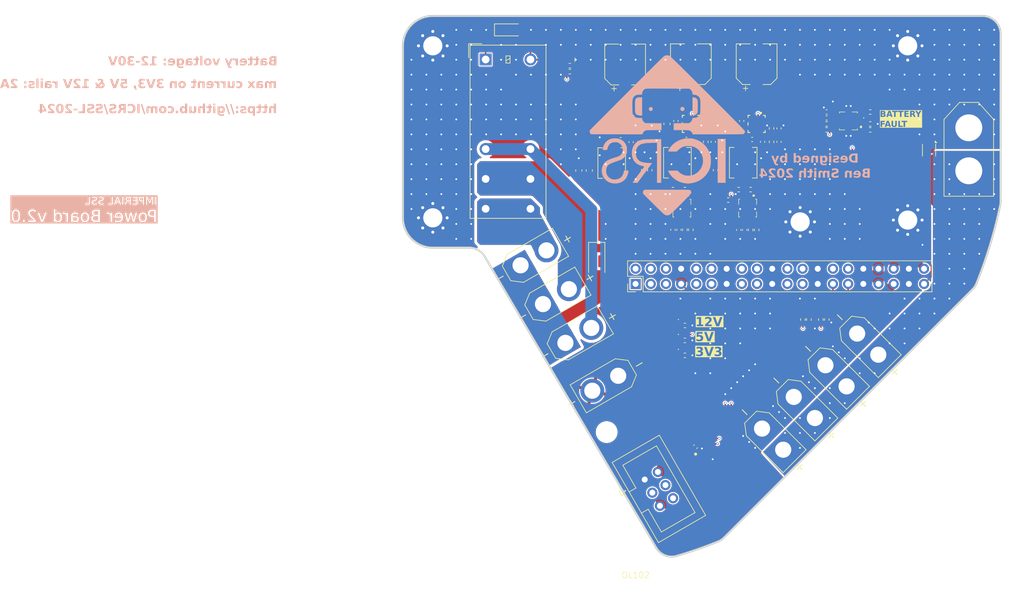
<source format=kicad_pcb>
(kicad_pcb (version 20240108) (generator "pcbnew") (generator_version "8.0")
  (layers (0 "F.Cu" signal) (1 "In1.Cu" signal) (2 "In2.Cu" signal) (31 "B.Cu" signal) (34 "B.Paste" user) (35 "F.Paste" user) (36 "B.SilkS" user "B.Silkscreen") (37 "F.SilkS" user "F.Silkscreen") (38 "B.Mask" user) (39 "F.Mask" user) (44 "Edge.Cuts" user))
  (net 0 "")
  (net 1 "GND")
  (net 2 "+5V")
  (net 3 "+3.3V")
  (net 4 "/DVDT")
  (net 5 "/IDLY")
  (net 6 "/VCC_5V")
  (net 7 "/VCC_3V3")
  (net 8 "/VCC_12V")
  (net 9 "/SW_5V")
  (net 10 "/BOOT_5V")
  (net 11 "/BOOT_3V3")
  (net 12 "/SW_3V3")
  (net 13 "/SW_12V")
  (net 14 "/BOOT_12V")
  (net 15 "/5V_UNFUSED")
  (net 16 "/FV_5V")
  (net 17 "/3V3_UNFUSED")
  (net 18 "/FV_3V3")
  (net 19 "/FV_12V")
  (net 20 "/~{FLT}")
  (net 21 "/~{FLT} LED")
  (net 22 "/LED12V")
  (net 23 "VBAT")
  (net 24 "VSYS")
  (net 25 "+12V")
  (net 26 "/LED5V")
  (net 27 "/LED3V3")
  (net 29 "/ICOP")
  (net 30 "/TRIG_D")
  (net 32 "GNDPWR")
  (net 37 "/COIL")
  (net 40 "/HV")
  (net 48 "/MOTOR_EN")
  (net 49 "/ENC_A_3V3")
  (net 51 "/MOTOR_PH")
  (net 52 "/ENC_B_3V3")
  (net 53 "/TRIG")
  (net 54 "/OVP")
  (net 55 "/ILIM")
  (net 56 "/~{SLEEP}")
  (net 57 "/CAP")
  (net 59 "/OUT1")
  (net 60 "/ENC_A")
  (net 61 "/OUT2")
  (net 62 "/ENC_B")
  (net 63 "/TRIG_G")
  (net 64 "/PGOOD_5V")
  (net 65 "/PGOOD_3V3")
  (net 67 "/DVDT_3V3")
  (net 68 "/IDLY_3V3")
  (net 69 "/IDLY_5V")
  (net 70 "/DVDT_5V")
  (net 71 "/ICOP_3V3")
  (net 72 "/ILIM_3V3")
  (net 73 "/ILIM_5V")
  (net 74 "/ICOP_5V")
  (net 75 "/OVP_3V3")
  (net 76 "/OVP_5V")
  (footprint "Resistor_SMD:R_0402_1005Metric" (layer "F.Cu") (at 150.75 70.8 90)
    (property "Reference" "R116" (hide yes))
    (property "Value" "120k")
  )
  (footprint "Connector_AMASS:AMASS_XT30U-F_1x02_P5.0mm_Vertical" (layer "F.Cu") (at 171.161165 118.767767 -45)
    (property "Reference" "J106" (hide yes))
    (property "Value" "Conn_01x02")
  )
  (footprint "Capacitor_SMD:C_0603_1608Metric" (layer "F.Cu") (at 142.25 75.55 90)
    (property "Reference" "C124" (hide yes))
    (property "Value" "22u")
  )
  (footprint "Resistor_SMD:R_0402_1005Metric" (layer "F.Cu") (at 189.26 68.75 180)
    (property "Reference" "R103" (hide yes))
    (property "Value" "1M")
  )
  (footprint "Capacitor_SMD:C_0402_1005Metric" (layer "F.Cu") (at 152 70.8 90)
    (property "Reference" "C120" (hide yes))
    (property "Value" "100p")
  )
  (footprint "Package_SON:WSON-6-1EP_2x2mm_P0.65mm_EP1x1.6mm" (layer "F.Cu") (at 199.1 72.1375 -90)
    (property "Reference" "U101" (hide yes))
    (property "Value" "TVS2700DRV")
  )
  (footprint "Resistor_SMD:R_0402_1005Metric" (layer "F.Cu") (at 154.5 80.5)
    (property "Reference" "R129" (hide yes))
    (property "Value" "10k")
  )
  (footprint "Resistor_SMD:R_0402_1005Metric" (layer "F.Cu") (at 158.25 85.48 -90)
    (property "Reference" "R131" (hide yes))
    (property "Value" "10k")
  )
  (footprint "Connector_AMASS:AMASS_XT30U-F_1x02_P5.0mm_Vertical" (layer "F.Cu") (at 130.759937 91.425 30)
    (property "Reference" "J103" (hide yes))
    (property "Value" "Conn_01x02")
  )
  (footprint "Resistor_SMD:R_0402_1005Metric" (layer "F.Cu") (at 172.75 68.5 90)
    (property "Reference" "R113" (hide yes))
    (property "Value" "12k4")
  )
  (footprint "Capacitor_SMD:C_0402_1005Metric" (layer "F.Cu") (at 160.25 70.75 -90)
    (property "Reference" "C111" (hide yes))
    (property "Value" "1u")
  )
  (footprint "Resistor_SMD:R_0402_1005Metric" (layer "F.Cu") (at 139 58)
    (property "Reference" "R106" (hide yes))
    (property "Value" "1k")
  )
  (footprint "SSL Footprints:TPS74901DRCR" (layer "F.Cu") (at 157.75 81.85 -90)
    (property "Reference" "U110" (hide yes))
    (property "Value" "TPS16416DRCR" (hide yes))
  )
  (footprint "Connector_AMASS:AMASS_XT30U-F_1x02_P5.0mm_Vertical" (layer "F.Cu") (at 138.259937 104.415382 30)
    (property "Reference" "J107" (hide yes))
    (property "Value" "Conn_01x02")
  )
  (footprint "Capacitor_SMD:C_0402_1005Metric" (layer "F.Cu") (at 145.75 67.3 -90)
    (property "Reference" "C109" (hide yes))
    (property "Value" "100n")
  )
  (footprint "Capacitor_SMD:C_0402_1005Metric" (layer "F.Cu") (at 156.25 85.48 -90)
    (property "Reference" "C132" (hide yes))
    (property "Value" "330n")
  )
  (footprint "Capacitor_SMD:CP_Elec_6.3x5.9" (layer "F.Cu") (at 170.25 57.75 90)
    (property "Reference" "C103" (hide yes))
    (property "Value" "100u")
  )
  (footprint "Resistor_SMD:R_0402_1005Metric" (layer "F.Cu") (at 179 100.51 -90)
    (property "Reference" "R125" (hide yes))
    (property "Value" "10k")
  )
  (footprint "Resistor_SMD:R_0402_1005Metric" (layer "F.Cu") (at 156.25 78.75 180)
    (property "Reference" "R135" (hide yes))
    (property "Value" "6k8")
  )
  (footprint "Resistor_SMD:R_0402_1005Metric" (layer "F.Cu") (at 167.25 78.75 180)
    (property "Reference" "R137" (hide yes))
    (property "Value" "3k3")
  )
  (footprint "Connector_AMASS:AMASS_XT30U-F_1x02_P5.0mm_Vertical" (layer "F.Cu") (at 187.071068 102.857864 -45)
    (property "Reference" "J102" (hide yes))
    (property "Value" "Conn_01x02")
  )
  (footprint "Capacitor_SMD:C_0402_1005Metric" (layer "F.Cu") (at 158.50235 70.3483)
    (property "Reference" "C114" (hide yes))
    (property "Value" "100n")
  )
  (footprint "Inductor_SMD:L_Chilisin_BMRA00040420" (layer "F.Cu") (at 168.00235 74.25 -90)
    (property "Reference" "L101" (hide yes))
    (property "Value" "4u7")
  )
  (footprint "Resistor_SMD:R_0402_1005Metric" (layer "F.Cu") (at 181 100.5 90)
    (property "Reference" "R127" (hide yes))
    (property "Value" "4k7")
  )
  (footprint "Resistor_SMD:R_0402_1005Metric" (layer "F.Cu") (at 170.25 85.5 -90)
    (property "Reference" "R133" (hide yes))
    (property "Value" "10k")
  )
  (footprint "SSL Footprints:LMR43620MB5RPER_TEX" (layer "F.Cu") (at 170.25 67.75 -90)
    (property "Reference" "U103" (hide yes))
    (property "Value" "LMR43620MB5RPER")
  )
  (footprint "Resistor_SMD:R_0402_1005Metric" (layer "F.Cu") (at 158.25 78.75 180)
    (property "Reference" "R134" (hide yes))
    (property "Value" "10k")
  )
  (footprint "Capacitor_SMD:C_0402_1005Metric" (layer "F.Cu") (at 181.96 65.75 180)
    (property "Reference" "C102" (hide yes))
    (property "Value" "330n")
  )
  (footprint "Resistor_SMD:R_0402_1005Metric" (layer "F.Cu") (at 172.75 70.75 90)
    (property "Reference" "R112" (hide yes))
    (property "Value" "49k9")
  )
  (footprint "SSL Footprints:LMR43620MB5RPER_TEX" (layer "F.Cu") (at 159.25 67.75 -90)
    (property "Reference" "U104" (hide yes))
    (property "Value" "LMR43620MB5RPER")
  )
  (footprint "SSL Footprints:main_board_outline_v3" (layer "F.Cu") (at 150 92)
    (property "Reference" "OL102")
    (property "Value" "~")
    (fp_line (start -38.928494 -37.332891) (end -38.928494 -8.525054) (stroke (width 0.35)) (layer "Edge.Cuts"))
    (fp_line (start -33.928494 -42.332852) (end 58.071498 -42.332852) (stroke (width 0.35)) (layer "Edge.Cuts"))
    (fp_line (start -27.825102 -3.525054) (end -33.928502 -3.525054) (stroke (width 0.35)) (layer "Edge.Cuts"))
    (fp_line (start -25.239449 -2.046357) (end -25.239408 -2.046381) (stroke (width 0.35)) (layer "Edge.Cuts"))
    (fp_line (start -25.239408 -2.046381) (end 3.465167 46.737459) (stroke (width 0.35)) (layer "Edge.Cuts"))
    (fp_line (start 6.900308 48.084634) (end 6.900308 48.084633) (stroke (width 0.35)) (layer "Edge.Cuts"))
    (fp_line (start 14.804838 45.015649) (end 56.373438 3.44705) (stroke (width 0.35)) (layer "Edge.Cuts"))
    (fp_line (start 61.071506 -11.264191) (end 61.071506 -39.350791) (stroke (width 0.35)) (layer "Edge.Cuts"))
    (fp_arc (start -38.928494 -37.332891) (mid -37.464011 -40.868397) (end -33.928494 -42.332852) (stroke (width 0.35)) (layer "Edge.Cuts"))
    (fp_arc (start -33.928502 -3.525054) (mid -37.464022 -4.989532) (end -38.928494 -8.525054) (stroke (width 0.35)) (layer "Edge.Cuts"))
    (fp_arc (start -27.825102 -3.525054) (mid -26.335796 -3.129269) (end -25.239449 -2.046357) (stroke (width 0.35)) (layer "Edge.Cuts"))
    (fp_arc (start 6.900308 48.084633) (mid 4.951122 48.001637) (end 3.465167 46.737459) (stroke (width 0.35)) (layer "Edge.Cuts"))
    (fp_arc (start 13.80297 45.677674) (mid 10.379869 46.962111) (end 6.900308 48.084634) (stroke (width 0.35)) (layer "Edge.Cuts"))
    (fp_arc (start 14.804838 45.015649) (mid 14.337363 45.397298) (end 13.80297 45.677674) (stroke (width 0.35)) (layer "Edge.Cuts"))
    (fp_arc (start 57.03541 2.445234) (mid 56.755057 2.979598) (end 56.373438 3.44705) (stroke (width 0.35)) (layer "Edge.Cuts"))
    (fp_arc (start 58.071498 -42.332852) (mid 60.186457 -41.46048) (end 61.071506 -39.350791) (stroke (width 0.35)) (layer "Edge.Cuts"))
    (fp_arc (start 61.007667 -10.648582) (mid 59.309385 -4.01435) (end 57.03541 2.445234) (stroke (width 0.35)) (layer "Edge.Cuts"))
    (fp_arc (start 61.071506 -11.264191) (mid 61.055502 -10.954736) (end 61.007667 -10.648582) (stroke (width 0.35)) (layer "Edge.Cuts"))
  )
  (footprint "SSL Footprints:SON50P200X200X80-9N" (layer "F.Cu") (at 162.022792 123.037868 45)
    (property "Reference" "U108" (hide yes))
    (property "Value" "DRV8220DSGR" (hide yes))
  )
  (footprint "LED_SMD:LED_0402_1005Metric" (layer "F.Cu") (at 158.25 105.5)
    (property "Reference" "D105" (hide yes))
    (property "Value" "Green")
  )
  (footprint "Capacitor_SMD:C_0603_1608Metric" (layer "F.Cu") (at 151.5 75.5 90)
    (property "Reference" "C126" (hide yes))
    (property "Value" "22u")
  )
  (footprint "Resistor_SMD:R_0402_1005Metric" (layer "F.Cu") (at 169.25 85.5 -90)
    (property "Reference" "R132" (hide yes))
    (property "Value" "10k")
  )
  (footprint "Capacitor_SMD:C_0603_1608Metric" (layer "F.Cu") (at 155.25 67.75 -90)
    (property "Reference" "C105" (hide yes))
    (property "Value" "2u2")
  )
  (footprint "Resistor_SMD:R_0402_1005Metric" (layer "F.Cu") (at 181.96 68.75 180)
    (property "Reference" "R110" (hide yes))
    (property "Value" "10k")
  )
  (footprint "Connector_AMASS:AMASS_XT30U-F_1x02_P5.0mm_Vertical" (layer "F.Cu") (at 147.090064 109.925 -150)
    (property "Reference" "J108" (hide yes))
    (property "Value" "Conn_01x02")
  )
  (footprint "Capacitor_SMD:CP_Elec_6.3x5.9" (layer "F.Cu") (at 148.25 57.8 90)
    (property "Reference" "C129" (hide yes))
    (property "Value" "100u")
  )
  (footprint "Resistor_SMD:R_0402_1005Metric" (layer "F.Cu") (at 161.75 70.75 90)
    (property "Reference" "R114" (hide yes))
    (property "Value" "33k")
  )
  (footprint "Capacitor_SMD:C_0402_1005Metric" (layer "F.Cu") (at 167.25 85.5 -90)
    (property "Reference" "C133" (hide yes))
    (property "Value" "330n")
  )
  (footprint "Capacitor_SMD:C_0402_1005Metric" (layer "F.Cu") (at 181.96 66.75 180)
    (property "Reference" "C101" (hide yes))
    (property "Value" "330n")
  )
  (footprint "Relay_THT:Relay_SPDT_Omron_G2RL-1-E" (layer "F.Cu") (at 124.9125 56.9625)
    (property "Reference" "K101" (hide yes))
    (property "Value" "G2RL-1-E")
  )
  (footprint "Capacitor_SMD:C_0603_1608Metric" (layer "F.Cu") (at 144.25 67.8 -90)
    (property "Reference" "C106" (hide yes))
    (property "Value" "2u2")
  )
  (footprint "SSL Footprints:TPS74901DRCR" (layer "F.Cu") (at 185.61 67.25 180)
    (property "Reference" "U102" (hide yes))
    (property "Value" "TPS16416DRCR" (hide yes))
  )
  (footprint "Connector_IDC:IDC-Header_2x03_P2.54mm_Vertical" (layer "F.Cu") (at 151.530296 127.300296 30)
    (property "Reference" "J111" (hide yes))
    (property "Value" "Conn_02x03_Counter_Clockwise")
  )
  (footprint "Inductor_SMD:L_Chilisin_BMRA00040420" (layer "F.Cu") (at 157.00235 74.25 -90)
    (property "Reference" "L102" (hide yes))
    (property "Value" "4u7")
  )
  (footprint "SSL Footprints:LMR43620MB5RPER_TEX" (layer "F.Cu") (at 148.25 67.8 -90)
    (property "Reference" "U105" (hide yes))
    (property "Value" "LMR43620MB5RPER")
  )
  (footprint "Capacitor_SMD:CP_Elec_6.3x5.9" (layer "F.Cu") (at 159.25 57.75 90)
    (property "Reference" "C128" (hide yes))
    (property "Value" "100u")
  )
  (footprint "Capacitor_SMD:C_0402_1005Metric" (layer "F.Cu") (at 174 70.75 90)
    (property "Reference" "C116" (hide yes))
    (property "Value" "100p")
  )
  (footprint "Resistor_SMD:R_0402_1005Metric" (layer "F.Cu") (at 181.96 67.75 180)
    (property "Reference" "R109" (hide yes))
    (property "Value" "6k8")
  )
  (footprint "Capacitor_SMD:C_0603_1608Metric" (layer "F.Cu") (at 162.5 75.5 90)
    (property "Reference" "C122" (hide yes))
    (property "Value" "22u")
  )
  (footprint "Diode_SMD:D_SOD-128" (layer "F.Cu") (at 143.5 90.75 -90)
    (property "Reference" "D106" (hide yes))
    (property "Value" "RFN1LAM6STR")
  )
  (footprint "Capacitor_SMD:C_0402_1005Metric" (layer "F.Cu") (at 160.022792 121.787868 45)
    (property "Reference" "C130" (hide yes))
    (property "Value" "100n")
  )
  (footprint "Resistor_SMD:R_0402_1005Metric" (layer "F.Cu") (at 150.75 68.48 90)
    (property "Reference" "R117" (hide yes))
    (property "Value" "11k")
  )
  (footprint "LED_SMD:LED_0402_1005Metric" (layer "F.Cu") (at 158.25 100.5)
    (property "Reference" "D103" (hide yes))
    (property "Value" "Green")
  )
  (footprint "Capacitor_SMD:C_0402_1005Metric" (layer "F.Cu") (at 163 70.75 90)
    (property "Reference" "C118" (hide yes))
    (property "Value" "100p")
  )
  (footprint "Resistor_SMD:R_0402_1005Metric" (layer "F.Cu") (at 165.5 80.5)
    (property "Reference" "R138" (hide yes))
    (property "Value" "10k")
  )
  (footprint "Resistor_SMD:R_0402_1005Metric" (layer "F.Cu") (at 158.25 101.5 180)
    (property "Reference" "R111" (hide yes))
    (property "Value" "22k")
  )
  (footprint "Resistor_SMD:R_0402_1005Metric" (layer "F.Cu") (at 158.25 106.5 180)
    (property "Reference" "R119" (hide yes))
    (property "Value" "4k7")
  )
  (footprint "Capacitor_SMD:C_0402_1005Metric" (layer "F.Cu") (at 163 68.5 90)
    (property "Reference" "C119" (hide yes))
    (property "Value" "1n")
  )
  (footprint "Capacitor_SMD:C_0402_1005Metric" (layer "F.Cu") (at 149.25 70.8 -90)
    (property "Reference" "C112" (hide yes))
    (property "Value" "1u")
  )
  (footprint "SSL Footprints:TPS74901DRCR" (layer "F.Cu") (at 168.75 81.85 -90)
    (property "Reference" "U109" (hide yes))
    (property "Value" "TPS16416DRCR" (hide yes))
  )
  (footprint "Resistor_SMD:R_0402_1005Metric" (layer "F.Cu") (at 189.26 65.75)
    (property "Reference" "R105" (hide yes))
    (property "Value" "22k")
  )
  (footprint "Resistor_SMD:R_0402_1005Metric" (layer "F.Cu") (at 158.25 104 180)
    (property "Reference" "R118" (hide yes))
    (property "Value" "10k")
  )
  (footprint "Connector_AMASS:AMASS_XT30U-F_1x02_P5.0mm_Vertical" (layer "F.Cu") (at 134.509937 97.920191 30)
    (property "Reference" "J110" (hide yes))
    (property "Value" "Conn_01x02")
  )
  (footprint "Capacitor_SMD:C_0603_1608Metric" (layer "F.Cu") (at 166.25 67.75 -90)
    (property "Reference" "C104" (hide yes))
    (property "Value" "2u2")
  )
  (footprint "Capacitor_SMD:C_0402_1005Metric" (layer "F.Cu") (at 168.25 85.5 -90)
    (property "Reference" "C134" (hide yes))
    (property "Value" "100n")
  )
  (footprint "Capacitor_SMD:C_0603_1608Metric" (layer "F.Cu") (at 153.25 75.5 90)
    (property "Reference" "C123" (hide yes))
    (property "Value" "22u")
  )
  (footprint "Connector_AMASS:AMASS_XT30U-F_1x02_P5.0mm_Vertical" (layer "F.Cu") (at 176.464466 113.464466 -45)
    (property "Reference" "J105" (hide yes))
    (property "Value" "Conn_01x02")
  )
  (footprint "Capacitor_SMD:C_0402_1005Metric" (layer "F.Cu") (at 169.50235 70.3483)
    (property "Reference" "C113" (hide yes))
    (property "Value" "100n")
  )
  (footprint "Capacitor_SMD:C_0603_1608Metric" (layer "F.Cu") (at 140.5 75.55 90)
    (property "Reference" "C127" (hide yes))
    (property "Value" "22u")
  )
  (footprint "Connector_PinHeader_2.54mm:PinHeader_2x20_P2.54mm_Vertical" (layer "F.Cu") (at 150 94.54 90)
    (property "Reference" "J109" (hide yes))
    (property "Value" "Conn_02x20_Odd_Even")
  )
  (footprint "Inductor_SMD:L_Chilisin_BMRA00040420" (layer "F.Cu") (at 146.00235 74.3 -90)
    (property "Reference" "L103" (hide yes))
    (property "Value" "4u7")
  )
  (footprint "Capacitor_SMD:C_0402_1005Metric" (layer "F.Cu") (at 167.75 67.25 -90)
    (property "Reference" "C107" (hide yes))
    (property "Value" "100n")
  )
  (footprint "Connector_AMASS:AMASS_XT30U-F_1x02_P5.0mm_Vertical" (layer "F.Cu") (at 181.767767 108.161165 -45)
    (property "Reference" "J104" (hide yes))
    (property "Value" "Conn_01x02")
  )
  (footprint "Resistor_SMD:R_0402_1005Metric" (layer "F.Cu") (at 189.26 67.75)
    (property "Reference" "R104" (hide yes))
    (property "Value" "49k9")
  )
  (footprint "Resistor_SMD:R_0402_1005Metric" (layer "F.Cu") (at 169.25 78.75 180)
    (property "Reference" "R136" (hide yes))
    (property "Value" "10k")
  )
  (footprint "Resistor_SMD:R_0402_1005Metric" (layer "F.Cu") (at 139 59)
    (property "Reference" "R102" (hide yes))
    (property "Value" "10k")
  )
  (footprint "Resistor_SMD:R_0402_1005Metric" (layer "F.Cu") (at 159.25 85.48 -90)
    (property "Reference" "R130" (hide yes))
    (property "Value" "10k")
  )
  (footprint "Capacitor_SMD:C_0402_1005Metric" (layer "F.Cu") (at 156.75 67.25 -90)
    (property "Reference" "C108" (hide yes))
    (property "Value" "100n")
  )
  (footprint "LED_SMD:LED_0402_1005Metric" (layer "F.Cu") (at 189.26 66.75)
    (property "Reference" "D101" (hide yes))
    (property "Value" "Green")
  )
  (footprint "Diode_SMD:D_SOD-123" (layer "F.Cu") (at 128.75 52)
    (property "Reference" "D102" (hide yes))
    (property "Value" "SS0540_R1_00001")
  )
  (footprint "Capacitor_SMD:C_0402_1005Metric" (layer "F.Cu") (at 152 68.48 90)
    (property "Reference" "C121" (hide yes))
    (property "Value" "1n")
  )
  (footprint "Capacitor_SMD:C_0402_1005Metric" (layer "F.Cu") (at 157.25 85.48 -90)
    (property "Reference" "C131" (hide yes))
    (property "Value" "100n")
  )
  (footprint "Capacitor_SMD:C_0402_1005Metric" (layer "F.Cu") (at 174 68.5 90)
    (property "Reference" "C117" (hide yes))
    (property "Value" "1n")
  )
  (footprint "LED_SMD:LED_0402_1005Metric" (layer "F.Cu") (at 158.25 103)
    (property "Reference" "D104" (hide yes))
    (property "Value" "Green")
  )
  (footprint "SSL Footprints:DMN21D2UFB7B" (layer "F.Cu") (at 139 57)
    (property "Reference" "Q101" (hide yes))
    (property "Value" "DMN21D2UFB-7B" (hide yes))
  )
  (footprint "Capacitor_SMD:C_0402_1005Metric" (layer "F.Cu") (at 171.25 70.75 -90)
    (property "Reference" "C110" (hide yes))
    (property "Value" "1u")
  )
  (footprint "Capacitor_SMD:C_0402_1005Metric" (layer "F.Cu") (at 147.50235 70.3983)
    (property "Reference" "C115" (hide yes))
    (property "Value" "100n")
  )
  (footprint "Resistor_SMD:R_0402_1005Metric" (layer "F.Cu") (at 182 100.5 -90)
    (property "Reference" "R107" (hide yes))
    (property "Value" "10k")
  )
  (footprint "Resistor_SMD:R_0402_1005Metric" (layer "F.Cu") (at 161.75 68.5 90)
    (property "Reference" "R115" (hide yes))
    (property "Value" "14k3")
  )
  (footprint "Connector_AMASS:AMASS_XT60-M_1x02_P7.20mm_Vertical" (layer "F.Cu") (at 205.75 68.4 -90)
    (property "Reference" "J101" (hide yes))
    (property "Value" "Conn_01x02")
  )
  (footprint "Capacitor_SMD:C_0603_1608Metric" (layer "F.Cu") (at 164.25 75.5 90)
    (property "Reference" "C125" (hide yes))
    (property "Value" "22u")
  )
  (footprint "Resistor_SMD:R_0402_1005Metric" (layer "F.Cu") (at 178 100.51 90)
    (property "Reference" "R126" (hide yes))
    (property "Value" "4k7")
  )
  (footprint "SSL Footprints:ICRS_30mm" (layer "B.Cu") (at 155 69.5 180)
    (property "Reference" "G***" (hide yes))
    (property "Value" "LOGO" (hide yes))
  )
  (gr_text "https://github.com/ICRS/SSL-2024" (at 90 66.199999 0) (layer "B.SilkS") (effects (font (size 1.5 1.5) (thickness 0.3) (bold yes)) (justify left bottom mirror)))
  (gr_text "_{IMPERIAL SSL}\nPower Board v2.0" (at 70 84.5 0) (layer "B.SilkS" knockout) (effects (font (size 2 2) (thickness 0.3)) (justify left bottom mirror)))
  (gr_text "max current on 3V3, 5V & 12V rails: 2A" (at 90 62 0) (layer "B.SilkS") (effects (font (size 1.5 1.5) (thickness 0.3) (bold yes)) (justify left bottom mirror)))
  (gr_text "Designed by\nBen Smith 2024" (at 180 77 0) (layer "B.SilkS") (effects (font (size 1.5 1.5) (thickness 0.3) (bold yes)) (justify bottom mirror)))
  (gr_text "Battery voltage: 12-30V" (at 90.100001 58.199998 0) (layer "B.SilkS") (effects (font (size 1.5 1.5) (thickness 0.3) (bold yes)) (justify left bottom mirror)))
  (gr_text "BATTERY\nFAULT" (at 190.86 67 0) (layer "F.SilkS" knockout) (effects (font (size 1 1) (thickness 0.2) (bold yes)) (justify left)))
  (gr_text "12V" (at 160 101 0) (layer "F.SilkS" knockout) (effects (font (size 1.5 1.5) (thickness 0.2) (bold yes)) (justify left)))
  (gr_text "5V" (at 160 103.5 0) (layer "F.SilkS" knockout) (effects (font (size 1.5 1.5) (thickness 0.2) (bold yes)) (justify left)))
  (gr_text "3V3" (at 160 106 0) (layer "F.SilkS" knockout) (effects (font (size 1.5 1.5) (thickness 0.2) (bold yes)) (justify left)))
  (segment (start 150.04 68.04) (end 149.8 67.8) (width 0.25) (layer "F.Cu") (net 1))
  (segment (start 181.45 67.75) (end 181.45 66.78) (width 0.25) (layer "F.Cu") (net 1))
  (segment (start 172 68) (end 172.74 68) (width 0.25) (layer "F.Cu") (net 1))
  (segment (start 162.08566 124.03566) (end 162.08566 123.100736) (width 0.25) (layer "F.Cu") (net 1))
  (segment (start 161.1 122.1) (end 160.448457 121.448457) (width 0.25) (layer "F.Cu") (net 1))
  (segment (start 161.81066 124.31066) (end 162.08566 124.03566) (width 0.25) (layer "F.Cu") (net 1))
  (segment (start 156.77 67.75) (end 156.75 67.73) (width 0.25) (layer "F.Cu") (net 1))
  (segment (start 160.75 67.75) (end 161 68) (width 0.25) (layer "F.Cu") (net 1))
  (segment (start 172.75 67.99) (end 173.97 67.99) (width 0.25) (layer "F.Cu") (net 1))
  (segment (start 158.76 101.5) (end 159.5 101.5) (width 0.25) (layer "F.Cu") (net 1))
  (segment (start 181.48 65.75) (end 181.48 66.75) (width 0.25) (layer "F.Cu") (net 1))
  (segment (start 181.48 65.75) (end 181.48 65.02) (width 0.25) (layer "F.Cu") (net 1))
  (segment (start 172.74 68) (end 172.75 67.99) (width 0.25) (layer "F.Cu") (net 1))
  (segment (start 155.74 79.49) (end 155.75 79.5) (width 0.25) (layer "F.Cu") (net 1))
  (segment (start 162.9 123.9) (end 162.037868 123.037868) (width 0.25) (layer "F.Cu") (net 1))
  (segment (start 155.74 78.75) (end 155.74 79.49) (width 0.25) (layer "F.Cu") (net 1))
  (segment (start 145.77 67.8) (end 145.75 67.78) (width 0.25) (layer "F.Cu") (net 1))
  (segment (start 166.74 79.49) (end 166.75 79.5) (width 0.25) (layer "F.Cu") (net 1))
  (segment (start 163 68.02) (end 163.73 68.02) (width 0.25) (layer "F.Cu") (net 1))
  (segment (start 189.77 67.75) (end 190.5 67.75) (width 0.25) (layer "F.Cu") (net 1))
  (segment (start 161 68) (end 161.74 68) (width 0.25) (layer "F.Cu") (net 1))
  (segment (start 162.08566 123.100736) (end 162.022792 123.037868) (width 0.25) (layer "F.Cu") (net 1))
  (segment (start 174 68.02) (end 174.73 68.02) (width 0.25) (layer "F.Cu") (net 1))
  (segment (start 163.73 68.02) (end 163.75 68) (width 0.25) (layer "F.Cu") (net 1))
  (segment (start 181.45 66.78) (end 181.48 66.75) (width 0.25) (layer "F.Cu") (net 1))
  (segment (start 163 68.02) (end 161.78 68.02) (width 0.25) (layer "F.Cu") (net 1))
  (segment (start 148.80245 67.8) (end 145.77 67.8) (width 0.25) (layer "F.Cu") (net 1))
  (segment (start 182 101.01) (end 182.74 101.01) (width 0.25) (layer "F.Cu") (net 1))
  (segment (start 158.76 106.5) (end 159.5 106.5) (width 0.25) (layer "F.Cu") (net 1))
  (segment (start 152.71 68.04) (end 150.04 68.04) (width 0.25) (layer "F.Cu") (net 1))
  (segment (start 173.97 67.99) (end 174 68.02) (width 0.25) (layer "F.Cu") (net 1))
  (segment (start 181.45 68.75) (end 181.45 67.75) (width 0.25) (layer "F.Cu") (net 1))
  (segment (start 148.98025 67.6222) (end 148.98025 66.9745) (width 0.25) (layer "F.Cu") (net 1))
  (segment (start 148.80245 67.8) (end 148.98025 67.6222) (width 0.25) (layer "F.Cu") (net 1))
  (segment (start 182.74 101.01) (end 182.75 101) (width 0.25) (layer "F.Cu") (net 1))
  (segment (start 161.78 68.02) (end 161.75 67.99) (width 0.25) (layer "F.Cu") (net 1))
  (segment (start 174.73 68.02) (end 174.75 68) (width 0.25) (layer "F.Cu") (net 1))
  (segment (start 166.74 78.75) (end 166.74 79.49) (width 0.25) (layer "F.Cu") (net 1))
  (segment (start 167.77 67.75) (end 167.75 67.73) (width 0.25) (layer "F.Cu") (net 1))
  (segment (start 158.76 104) (end 159.5 104) (width 0.25) (layer "F.Cu") (net 1))
  (segment (start 171.75 67.75) (end 172 68) (width 0.25) (layer "F.Cu") (net 1))
  (segment (start 162.037868 123.037868) (end 162.022792 123.037868) (width 0.25) (layer "F.Cu") (net 1))
  (segment (start 162.022792 123.022792) (end 162.022792 123.037868) (width 0.25) (layer "F.Cu") (net 1))
  (segment (start 159.80245 67.75) (end 156.77 67.75) (width 0.25) (layer "F.Cu") (net 1))
  (segment (start 170.80245 67.75) (end 167.77 67.75) (width 0.25) (layer "F.Cu") (net 1))
  (segment (start 160.448457 121.448457) (end 160.362203 121.448457) (width 0.25) (layer "F.Cu") (net 1))
  (segment (start 159.80245 67.75) (end 160.75 67.75) (width 0.25) (layer "F.Cu") (net 1))
  (segment (start 161.1 122.1) (end 162.022792 123.022792) (width 0.25) (layer "F.Cu") (net 1))
  (segment (start 170.80245 67.75) (end 171.75 67.75) (width 0.25) (layer "F.Cu") (net 1))
  (segment (start 161.74 68) (end 161.75 67.99) (width 0.25) (layer "F.Cu") (net 1))
  (segment (start 149.8 67.8) (end 148.80245 67.8) (width 0.25) (layer "F.Cu") (net 1))
  (segment (start 181.48 65.02) (end 181.5 65) (width 0.25) (layer "F.Cu") (net 1))
  (via (at 122.5 54.5) (size 0.45) (drill 0.3) (layers "F.Cu" "B.Cu") (net 1))
  (via (at 122.5 64.5) (size 0.45) (drill 0.3) (layers "F.Cu" "B.Cu") (net 1))
  (via (at 180 112) (size 0.45) (drill 0.3) (layers "F.Cu" "B.Cu") (net 1))
  (via (at 207.5 54.5) (size 0.45) (drill 0.3) (layers "F.Cu" "B.Cu") (net 1))
  (via (at 167.5 57) (size 0.45) (drill 0.3) (layers "F.Cu" "B.Cu") (net 1))
  (via (at 170 74.5) (size 0.45) (drill 0.3) (layers "F.Cu" "B.Cu") (net 1))
  (via (at 112.5 57) (size 0.45) (drill 0.3) (layers "F.Cu" "B.Cu") (net 1))
  (via (at 174 116) (size 0.45) (drill 0.3) (layers "F.Cu" "B.Cu") (net 1))
  (via (at 168 120) (size 0.45) (drill 0.3) (layers "F.Cu" "B.Cu") (net 1))
  (via (at 182.5 77) (size 0.45) (drill 0.3) (layers "F.Cu" "B.Cu") (net 1))
  (via (at 162.5 109.5) (size 0.45) (drill 0.3) (layers "F.Cu" "B.Cu") (net 1))
  (via (at 170 57) (size 0.45) (drill 0.3) (layers "F.Cu" "B.Cu") (net 1))
  (via (at 182.5 57) (size 0.45) (drill 0.3) (layers "F.Cu" "B.Cu") (net 1))
  (via (at 150 79.5) (size 0.45) (drill 0.3) (layers "F.Cu" "B.Cu") (net 1))
  (via (at 170 52) (size 0.45) (drill 0.3) (layers "F.Cu" "B.Cu") (net 1))
  (via (at 160 89.5) (size 0.45) (drill 0.3) (layers "F.Cu" "B.Cu") (net 1))
  (via (at 185 57) (size 0.45) (drill 0.3) (layers "F.Cu" "B.Cu") (net 1))
  (via (at 185.25 64.75) (size 0.45) (drill 0.3) (layers "F.Cu" "B.Cu") (net 1))
  (via (at 197.5 59.5) (size 0.45) (drill 0.3) (layers "F.Cu" "B.Cu") (net 1))
  (via (at 175 117) (size 0.45) (drill 0.3) (layers "F.Cu" "B.Cu") (net 1))
  (via (at 180 102) (size 0.45) (drill 0.3) (layers "F.Cu" "B.Cu") (net 1))
  (via (at 132.5 67) (size 0.45) (drill 0.3) (layers "F.Cu" "B.Cu") (net 1))
  (via (at 210 64.5) (size 0.45) (drill 0.3) (layers "F.Cu" "B.Cu") (net 1))
  (via (at 170 97) (size 0.45) (drill 0.3) (layers "F.Cu" "B.Cu") (net 1))
  (via (at 117.5 59.5) (size 0.45) (drill 0.3) (layers "F.Cu" "B.Cu") (net 1))
  (via (at 150 52) (size 0.45) (drill 0.3) (layers "F.Cu" "B.Cu") (net 1))
  (via (at 185.25 69.75) (size 0.45) (drill 0.3) (layers "F.Cu" "B.Cu") (net 1))
  (via (at 172.5 79.5) (size 0.45) (drill 0.3) (layers "F.Cu" "B.Cu") (net 1))
  (via (at 172.5 54.5) (size 0.45) (drill 0.3) (layers "F.Cu" "B.Cu") (net 1))
  (via (at 163.75 68) (size 0.45) (drill 0.3) (layers "F.Cu" "B.Cu") (net 1))
  (via (at 163.5 73.5) (size 0.45) (drill 0.3) (layers "F.Cu" "B.Cu") (net 1))
  (via (at 186 69.75) (size 0.45) (drill 0.3) (layers "F.Cu" "B.Cu") (net 1))
  (via (at 112.5 82) (size 0.45) (drill 0.3) (layers "F.Cu" "B.Cu") (net 1))
  (via (at 132.5 52) (size 0.45) (drill 0.3) (layers "F.Cu" "B.Cu") (net 1))
  (via (at 200 62) (size 0.45) (drill 0.3) (layers "F.Cu" "B.Cu") (net 1))
  (via (at 112.5 62) (size 0.45) (drill 0.3) (layers "F.Cu" "B.Cu") (net 1))
  (via (at 156 74.5) (size 0.45) (drill 0.3) (layers "F.Cu" "B.Cu") (net 1))
  (via (at 115 59.5) (size 0.45) (drill 0.3) (layers "F.Cu" "B.Cu") (net 1))
  (via (at 182.75 101) (size 0.45) (drill 0.3) (layers "F.Cu" "B.Cu") (net 1))
  (via (at 160 52) (size 0.45) (drill 0.3) (layers "F.Cu" "B.Cu") (net 1))
  (via (at 172.5 97) (size 0.45) (drill 0.3) (layers "F.Cu" "B.Cu") (net 1))
  (via (at 137.5 64.5) (size 0.45) (drill 0.3) (layers "F.Cu" "B.Cu") (net 1))
  (via (at 135 72) (size 0.45) (drill 0.3) (layers "F.Cu" "B.Cu") (net 1))
  (via (at 180 72) (size 0.45) (drill 0.3) (layers "F.Cu" "B.Cu") (net 1))
  (via (at 153.5 72.5) (size 0.45) (drill 0.3) (layers "F.Cu" "B.Cu") (net 1))
  (via (at 175 52) (size 0.45) (drill 0.3) (layers "F.Cu" "B.Cu") (net 1))
  (via (at 172.5 77) (size 0.45) (drill 0.3) (layers "F.Cu" "B.Cu") (net 1))
  (via (at 165 82) (size 0.45) (drill 0.3) (layers "F.Cu" "B.Cu") (net 1))
  (via (at 157.5 89.5) (size 0.45) (drill 0.3) (layers "F.Cu" "B.Cu") (net 1))
  (via (at 122.5 69.5) (size 0.45) (drill 0.3) (layers "F.Cu" "B.Cu") (net 1))
  (via (at 150 72.5) (size 0.45) (drill 0.3) (layers "F.Cu" "B.Cu") (net 1))
  (via (at 117.5 67) (size 0.45) (drill 0.3) (layers "F.Cu" "B.Cu") (net 1))
  (via (at 120 59.5) (size 0.45) (drill 0.3) (layers "F.Cu" "B.Cu") (net 1))
  (via (at 170 108) (size 0.45) (drill 0.3) (layers "F.Cu" "B.Cu") (net 1))
  (via (at 162.5 79.5) (size 0.45) (drill 0.3) (layers "F.Cu" "B.Cu") (net 1))
  (via (at 175 54.5) (size 0.45) (drill 0.3) (layers "F.Cu" "B.Cu") (net 1))
  (via (at 205 57) (size 0.45) (drill 0.3) (layers "F.Cu" "B.Cu") (net 1))
  (via (at 167.5 54.5) (size 0.45) (drill 0.3) (layers "F.Cu" "B.Cu") (net 1))
  (via (at 185 87) (size 0.45) (drill 0.3) (layers "F.Cu" "B.Cu") (net 1))
  (via (at 140 69.5) (size 0.45) (drill 0.3) (layers "F.Cu" "B.Cu") (net 1))
  (via (at 185 59.5) (size 0.45) (drill 0.3) (layers "F.Cu" "B.Cu") (net 1))
  (via (at 162.5 102) (size 0.45) (drill 0.3) (layers "F.Cu" "B.Cu") (net 1))
  (via (at 172 68) (size 0.45) (drill 0.3) (layers "F.Cu" "B.Cu") (net 1))
  (via (at 180 77) (size 0.45) (drill 0.3) (layers "F.Cu" "B.Cu") (net 1))
  (via (at 165 69) (size 0.45) (drill 0.3) (layers "F.Cu" "B.Cu") (net 1))
  (via (at 117.5 69.5) (size 0.45) (drill 0.3) (layers "F.Cu" "B.Cu") (net 1))
  (via (at 147.5 52) (size 0.45) (drill 0.3) (layers "F.Cu" "B.Cu") (net 1))
  (via (at 200 69.5) (size 0.45) (drill 0.3) (layers "F.Cu" "B.Cu") (net 1))
  (via (at 165 102) (size 0.45) (drill 0.3) (layers "F.Cu" "B.Cu") (net 1))
  (via (at 172.5 57) (size 0.45) (drill 0.3) (layers "F.Cu" "B.Cu") (net 1))
  (via (at 150 57) (size 0.45) (drill 0.3) (layers "F.Cu" "B.Cu") (net 1))
  (via (at 185 107) (size 0.45) (drill 0.3) (layers "F.Cu" "B.Cu") (net 1))
  (via (at 149 73.5) (size 0.45) (drill 0.3) (layers "F.Cu" "B.Cu") (net 1))
  (via (at 122.5 52) (size 0.45) (drill 0.3) (layers "F.Cu" "B.Cu") (net 1))
  (via (at 161.1 122.1) (size 0.45) (drill 0.3) (layers "F.Cu" "B.Cu") (net 1))
  (via (at 172.5 82) (size 0.45) (drill 0.3) (layers "F.Cu" "B.Cu") (net 1))
  (via (at 165 104.5) (size 0.45) (drill 0.3) (layers "F.Cu" "B.Cu") (net 1))
  (via (at 159 74.5) (size 0.45) (drill 0.3) (layers "F.Cu" "B.Cu") (net 1))
  (via (at 122.5 57) (size 0.45) (drill 0.3) (layers "F.Cu" "B.Cu") (net 1))
  (via (at 172.5 52) (size 0.45) (drill 0.3) (layers "F.Cu" "B.Cu") (net 1))
  (via (at 135 67) (size 0.45) (drill 0.3) (layers "F.Cu" "B.Cu") (net 1))
  (via (at 137.5 69.5) (size 0.45) (drill 0.3) (layers "F.Cu" "B.Cu") (net 1))
  (via (at 132.5 59.5) (size 0.45) (drill 0.3) (layers "F.Cu" "B.Cu") (net 1))
  (via (at 210 54.5) (size 0.45) (drill 0.3) (layers "F.Cu" "B.Cu") (net 1))
  (via (at 115 74.5) (size 0.45) (drill 0.3) (layers "F.Cu" "B.Cu") (net 1))
  (via (at 148 72.5) (size 0.45) (drill 0.3) (layers "F.Cu" "B.Cu") (net 1))
  (via (at 117.5 74.5) (size 0.45) (drill 0.3) (layers "F.Cu" "B.Cu") (net 1))
  (via (at 130 64.5) (size 0.45) (drill 0.3) (layers "F.Cu" "B.Cu") (net 1))
  (via (at 112.5 67) (size 0.45) (drill 0.3) (layers "F.Cu" "B.Cu") (net 1))
  (via (at 162.5 54.5) (size 0.45) (drill 0.3) (layers "F.Cu" "B.Cu") (net 1))
  (via (at 182.5 52) (size 0.45) (drill 0.3) (layers "F.Cu" "B.Cu") (net 1))
  (via (at 148 74.5) (size 0.45) (drill 0.3) (layers "F.Cu" "B.Cu") (net 1))
  (via (at 164.5 72.5) (size 0.45) (drill 0.3) (layers "F.Cu" "B.Cu") (net 1))
  (via (at 122.5 79.5) (size 0.45) (drill 0.3) (layers "F.Cu" "B.Cu") (net 1))
  (via (at 190 57) (size 0.45) (drill 0.3) (layers "F.Cu" "B.Cu") (net 1))
  (via (at 127.5 54.5) (size 0.45) (drill 0.3) (layers "F.Cu" "B.Cu") (net 1))
  (via (at 185 52) (size 0.45) (drill 0.3) (layers "F.Cu" "B.Cu") (net 1))
  (via (at 182.5 72) (size 0.45) (drill 0.3) (layers "F.Cu" "B.Cu") (net 1))
  (via (at 120 74.5) (size 0.45) (drill 0.3) (layers "F.Cu" "B.Cu") (net 1))
  (via (at 165 99.5) (size 0.45) (drill 0.3) (layers "F.Cu" "B.Cu") (net 1))
  (via (at 162.5 82) (size 0.45) (drill 0.3) (layers "F.Cu" "B.Cu") (net 1))
  (via (at 165 52) (size 0.45) (drill 0.3) (layers "F.Cu" "B.Cu") (net 1))
  (via (at 152.5 79.5) (size 0.45) (drill 0.3) (layers "F.Cu" "B.Cu") (net 1))
  (via (at 165 107) (size 0.45) (drill 0.3) (layers "F.Cu" "B.Cu") (net 1))
  (via (at 137.5 67) (size 0.45) (drill 0.3) (layers "F.Cu" "B.Cu") (net 1))
  (via (at 180 52) (size 0.45) (drill 0.3) (layers "F.Cu" "B.Cu") (net 1))
  (via (at 165 57) (size 0.45) (drill 0.3) (layers "F.Cu" "B.Cu") (net 1))
  (via (at 135 69.5) (size 0.45) (drill 0.3) (layers "F.Cu" "B.Cu") (net 1))
  (via (at 187.5 82) (size 0.45) (drill 0.3) (layers "F.Cu" "B.Cu") (net 1))
  (via (at 187.5 87) (size 0.45) (drill 0.3) (layers "F.Cu" "B.Cu") (net 1))
  (via (at 166 112) (size 0.45) (drill 0.3) (layers "F.Cu" "B.Cu") (net 1))
  (via (at 122.5 74.5) (size 0.45) (drill 0.3) (layers "F.Cu" "B.Cu") (net 1))
  (via (at 205 64.5) (size 0.45) (drill 0.3) (layers "F.Cu" "B.Cu") (net 1))
  (via (at 122.5 87) (size 0.45) (drill 0.3) (layers "F.Cu" "B.Cu") (net 1))
  (via (at 205 59.5) (size 0.45) (drill 0.3) (layers "F.Cu" "B.Cu") (net 1))
  (via (at 150 68) (size 0.45) (drill 0.3) (layers "F.Cu" "B.Cu") (net 1))
  (via (at 140 54.5) (size 0.45) (drill 0.3) (layers "F.Cu" "B.Cu") (net 1))
  (via (at 192.5 57) (size 0.45) (drill 0.3) (layers "F.Cu" "B.Cu") (net 1))
  (via (at 151.5 72.5) (size 0.45) (drill 0.3) (layers "F.Cu" "B.Cu") (net 1))
  (via (at 162.5 89.5) (size 0.45) (drill 0.3) (layers "F.Cu" "B.Cu") (net 1))
  (via (at 120 62) (size 0.45) (drill 0.3) (layers "F.Cu" "B.Cu") (net 1))
  (via (at 175 57) (size 0.45) (drill 0.3) (layers "F.Cu" "B.Cu") (net 1))
  (via (at 150 54.5) (size 0.45) (drill 0.3) (layers "F.Cu" "B.Cu") (net 1))
  (via (at 175 79.5) (size 0.45) (drill 0.3) (layers "F.Cu" "B.Cu") (net 1))
  (via (at 120 52) (size 0.45) (drill 0.3) (layers "F.Cu" "B.Cu") (net 1))
  (via (at 142.5 52) (size 0.45) (drill 0.3) (layers "F.Cu" "B.Cu") (net 1))
  (via (at 115 67) (size 0.45) (drill 0.3) (layers "F.Cu" "B.Cu") (net 1))
  (via (at 167.5 52) (size 0.45) (drill 0.3) (layers "F.Cu" "B.Cu") (net 1))
  (via (at 125 59.5) (size 0.45) (drill 0.3) (layers "F.Cu" "B.Cu") (net 1))
  (via (at 157.5 87) (size 0.45) (drill 0.3) (layers "F.Cu" "B.Cu") (net 1))
  (via (at 182.5 74.5) (size 0.45) (drill 0.3) (layers "F.Cu" "B.Cu") (net 1))
  (via (at 190 54.5) (size 0.45) (drill 0.3) (layers "F.Cu" "B.Cu") (net 1))
  (via (at 115 72) (size 0.45) (drill 0.3) (layers "F.Cu" "B.Cu") (net 1))
  (via (at 162.5 72.5) (size 0.45) (drill 0.3) (layers "F.Cu" "B.Cu") (net 1))
  (via (at 112.5 72) (size 0.45) (drill 0.3) (layers "F.Cu" "B.Cu") (net 1))
  (via (at 182.5 79.5) (size 0.45) (drill 0.3) (layers "F.Cu" "B.Cu") (net 1))
  (via (at 202.5 54.5) (size 0.45) (drill 0.3) (layers "F.Cu" "B.Cu") (net 1))
  (via (at 125 64.5) (size 0.45) (drill 0.3) (layers "F.Cu" "B.Cu") (net 1))
  (via (at 159.5 101.5) (size 0.45) (drill 0.3) (layers "F.Cu" "B.Cu") (net 1))
  (via (at 115 79.5) (size 0.45) (drill 0.3) (layers "F.Cu" "B.Cu") (net 1))
  (via (at 172.5 102) (size 0.45) (drill 0.3) (layers "F.Cu" "B.Cu") (net 1))
  (via (at 137.5 74.5) (size 0.45) (drill 0.3) (layers "F.Cu" "B.Cu") (net 1))
  (via (at 167.5 104.5) (size 0.45) (drill 0.3) (layers "F.Cu" "B.Cu") (net 1))
  (via (at 165 84.5) (size 0.45) (drill 0.3) (layers "F.Cu" "B.Cu") (net 1))
  (via (at 137.5 72) (size 0.45) (drill 0.3) (layers "F.Cu" "B.Cu") (net 1))
  (via (at 192.5 52) (size 0.45) (drill 0.3) (layers "F.Cu" "B.Cu") (net 1))
  (via (at 177.5 54.5) (size 0.45) (drill 0.3) (layers "F.Cu" "B.Cu") (net 1))
  (via (at 130 57) (size 0.45) (drill 0.3) (layers "F.Cu" "B.Cu") (net 1))
  (via (at 207.5 57) (size 0.45) (drill 0.3) (layers "F.Cu" "B.Cu") (net 1))
  (via (at 200 64.5) (size 0.45) (drill 0.3) (layers "F.Cu" "B.Cu") (net 1))
  (via (at 130 54.5) (size 0.45) (drill 0.3) (layers "F.Cu" "B.Cu") (net 1))
  (via (at 155 89.5) (size 0.45) (drill 0.3) (layers "F.Cu" "B.Cu") (net 1))
  (via (at 207.5 64.5) (size 0.45) (drill 0.3) (layers "F.Cu" "B.Cu") (net 1))
  (via (at 187.5 52) (size 0.45) (drill 0.3) (layers "F.Cu" "B.Cu") (net 1))
  (via (at 197.5 69.5) (size 0.45) (drill 0.3) (layers "F.Cu" "B.Cu") (net 1))
  (via (at 205 52) (size 0.45) (drill 0.3) (layers "F.Cu" "B.Cu") (net 1))
  (via (at 155 57) (size 0.45) (drill 0.3) (layers "F.Cu" "B.Cu") (net 1))
  (via (at 185 54.5) (size 0.45) (drill 0.3) (layers "F.Cu" "B.Cu") (net 1))
  (via (at 183 105) (size 0.45) (drill 0.3) (layers "F.Cu" "B.Cu") (net 1))
  (via (at 160 82) (size 0.45) (drill 0.3) (layers "F.Cu" "B.Cu") (net 1))
  (via (at 127.5 62) (size 0.45) (drill 0.3) (layers "F.Cu" "B.Cu") (net 1))
  (via (at 157.5 52) (size 0.45) (drill 0.3) (layers "F.Cu" "B.Cu") (net 1))
  (via (at 152.5 87) (size 0.45) (drill 0.3) (layers "F.Cu" "B.Cu") (net 1))
  (via (at 167 74.5) (size 0.45) (drill 0.3) (layers "F.Cu" "B.Cu") (net 1))
  (via (at 177.5 59.5) (size 0.45) (drill 0.3) (layers "F.Cu" "B.Cu") (net 1))
  (via (at 170 122) (size 0.45) (drill 0.3) (layers "F.Cu" "B.Cu") (net 1))
  (via (at 160 99.5) (size 0.45) (drill 0.3) (layers "F.Cu" "B.Cu") (net 1))
  (via (at 160 109.5) (size 0.45) (drill 0.3) (layers "F.Cu" "B.Cu") (net 1))
  (via (at 200 67) (size 0.45) (drill 0.3) (layers "F.Cu" "B.Cu") (net 1))
  (via (at 180 57) (size 0.45) (drill 0.3) (layers "F.Cu" "B.Cu") (net 1))
  (via (at 165 54.5) (size 0.45) (drill 0.3) (layers "F.Cu" "B.Cu") (net 1))
  (via (at 169 121) (size 0.45) (drill 0.3) (layers "F.Cu" "B.Cu") (net 1))
  (via (at 170 72.5) (size 0.45) (drill 0.3) (layers "F.Cu" "B.Cu") (net 1))
  (via (at 173 115) (size 0.45) (drill 0.3) (layers "F.Cu" "B.Cu") (net 1))
  (via (at 167.5 97) (size 0.45) (drill 0.3) (layers "F.Cu" "B.Cu") (net 1))
  (via (at 120 69.5) (size 0.45) (drill 0.3) (layers "F.Cu" "B.Cu") (net 1))
  (via (at 202.5 59.5) (size 0.45) (drill 0.3) (layers "F.Cu" "B.Cu") (net 1))
  (via (at 195 62) (size 0.45) (drill 0.3) (layers "F.Cu" "B.Cu") (net 1))
  (via (at 150 82) (size 0.45) (drill 0.3) (layers "F.Cu" "B.Cu") (net 1))
  (via (at 150 84.5) (size 0.45) (drill 0.3) (layers "F.Cu" "B.Cu") (net 1))
  (via (at 145 52) (size 0.45) (drill 0.3) (layers "F.Cu" "B.Cu") (net 1))
  (via (at 161 72.5) (size 0.45) (drill 0.3) (layers "F.Cu" "B.Cu") (net 1))
  (via (at 189 101) (size 0.45) (drill 0.3) (layers "F.Cu" "B.Cu") (net 1))
  (via (at 145 74.5) (size 0.45) (drill 0.3) (layers "F.Cu" "B.Cu") (net 1))
  (via (at 132.5 64.5) (size 0.45) (drill 0.3) (layers "F.Cu" "B.Cu") (net 1))
  (via (at 130 67) (size 0.45) (drill 0.3) (layers "F.Cu" "B.Cu") (net 1))
  (via (at 207.5 62) (size 0.45) (drill 0.3) (layers "F.Cu" "B.Cu") (net 1))
  (via (at 120 54.5) (size 0.45) (drill 0.3) (layers "F.Cu" "B.Cu") (net 1))
  (via (at 161 68) (size 0.45) (drill 0.3) (layers "F.Cu" "B.Cu") (net 1))
  (via (at 202.5 52) (size 0.45) (drill 0.3) (layers "F.Cu" "B.Cu") (net 1))
  (via (at 186 64.75) (size 0.45) (drill 0.3) (layers "F.Cu" "B.Cu") (net 1))
  (via (at 177.5 97) (size 0.45) (drill 0.3) (layers "F.Cu" "B.Cu") (net 1))
  (via (at 135 52) (size 0.45) (drill 0.3) (layers "F.Cu" "B.Cu") (net 1))
  (via (at 197.5 67) (size 0.45) (drill 0.3) (layers "F.Cu" "B.Cu") (net 1))
  (via (at 210 62) (size 0.45) (drill 0.3) (layers "F.Cu" "B.Cu") (net 1))
  (via (at 170 102) (size 0.45) (drill 0.3) (layers "F.Cu" "B.Cu") (net 1))
  (via (at 162.5 104.5) (size 0.45) (drill 0.3) (layers "F.Cu" "B.Cu") (net 1))
  (via (at 159 72.5) (size 0.45) (drill 0.3) (layers "F.Cu" "B.Cu") (net 1))
  (via (at 152.5 57) (size 0.45) (drill 0.3) (layers "F.Cu" "B.Cu") (net 1))
  (via (at 117.5 64.5) (size 0.45) (drill 0.3) (layers "F.Cu" "B.Cu") (net 1))
  (via (at 205 62) (size 0.45) (drill 0.3) (layers "F.Cu" "B.Cu") (net 1))
  (via (at 174.75 68) (size 0.45) (drill 0.3) (layers "F.Cu" "B.Cu") (net 1))
  (via (at 125 52) (size 0.45) (drill 0.3) (layers "F.Cu" "B.Cu") (net 1))
  (via (at 150 89.5) (size 0.45) (drill 0.3) (layers "F.Cu" "B.Cu") (net 1))
  (via (at 112.5 79.5) (size 0.45) (drill 0.3) (layers "F.Cu" "B.Cu") (net 1))
  (via (at 182.5 84.5) (size 0.45) (drill 0.3) (layers "F.Cu" "B.Cu") (net 1))
  (via (at 120 57) (size 0.45) (drill 0.3) (layers "F.Cu" "B.Cu") (net 1))
  (via (at 190 102) (size 0.45) (drill 0.3) (layers "F.Cu" "B.Cu") (net 1))
  (via (at 167.5 102) (size 0.45) (drill 0.3) (layers "F.Cu" "B.Cu") (net 1))
  (via (at 160 54.5) (size 0.45) (drill 0.3) (layers "F.Cu" "B.Cu") (net 1))
  (via (at 135 64.5) (size 0.45) (drill 0.3) (layers "F.Cu" "B.Cu") (net 1))
  (via (at 127.5 69.5) (size 0.45) (drill 0.3) (layers "F.Cu" "B.Cu") (net 1))
  (via (at 140 57) (size 0.45) (drill 0.3) (layers "F.Cu" "B.Cu") (net 1))
  (via (at 200 59.5) (size 0.45) (drill 0.3) (layers "F.Cu" "B.Cu") (net 1))
  (via (at 122.5 72) (size 0.45) (drill 0.3) (layers "F.Cu" "B.Cu") (net 1))
  (via (at 125 69.5) (size 0.45) (drill 0.3) (layers "F.Cu" "B.Cu") (net 1))
  (via (at 155 84.5) (size 0.45) (drill 0.3) (layers "F.Cu" "B.Cu") (net 1))
  (via (at 177.5 77) (size 0.45) (drill 0.3) (layers "F.Cu" "B.Cu") (net 1))
  (via (at 112.5 77) (size 0.45) (drill 0.3) (layers "F.Cu" "B.Cu") (net 1))
  (via (at 177.5 57) (size 0.45) (drill 0.3) (layers "F.Cu" "B.Cu") (net 1))
  (via (at 162.5 84.5) (size 0.45) (drill 0.3) (layers "F.Cu" "B.Cu") (net 1))
  (via (at 162.9 123.9) (size 0.45) (drill 0.3) (layers "F.Cu" "B.Cu") (net 1))
  (via (at 187.5 59.5) (size 0.45) (drill 0.3) (layers "F.Cu" "B.Cu") (net 1))
  (via (at 168 110) (size 0.45) (drill 0.3) (layers "F.Cu" "B.Cu") (net 1))
  (via (at 125 62) (size 0.45) (drill 0.3) (layers "F.Cu" "B.Cu") (net 1))
  (via (at 144 70) (size 0.45) (drill 0.3) (layers "F.Cu" "B.Cu") (net 1))
  (via (at 200 54.5) (size 0.45) (drill 0.3) (layers "F.Cu" "B.Cu") (net 1))
  (via (at 187.5 54.5) (size 0.45) (drill 0.3) (layers "F.Cu" "B.Cu") (net 1))
  (via (at 155 54.5) (size 0.45) (drill 0.3) (layers "F.Cu" "B.Cu") (net 1))
  (via (at 112.5 59.5) (size 0.45) (drill 0.3) (layers "F.Cu" "B.Cu") (net 1))
  (via (at 184 106) (size 0.45) (drill 0.3) (layers "F.Cu" "B.Cu") (net 1))
  (via (at 142.5 54.5) (size 0.45) (drill 0.3) (layers "F.Cu" "B.Cu") (net 1))
  (via (at 157.5 97) (size 0.45) (drill 0.3) (layers "F.Cu" "B.Cu") (net 1))
  (via (at 185 79.5) (size 0.45) (drill 0.3) (layers "F.Cu" "B.Cu") (net 1))
  (via (at 195 97) (size 0.45) (drill 0.3) (layers "F.Cu" "B.Cu") (net 1))
  (via (at 115 77) (size 0.45) (drill 0.3) (layers "F.Cu" "B.Cu") (net 1))
  (via (at 187.5 84.5) (size 0.45) (drill 0.3) (layers "F.Cu" "B.Cu") (net 1))
  (via (at 177.5 74.5) (size 0.45) (drill 0.3) (layers "F.Cu" "B.Cu") (net 1))
  (via (at 157.5 82) (size 0.45) (drill 0.3) (layers "F.Cu" "B.Cu") (net 1))
  (via (at 137.5 54.5) (size 0.45) (drill 0.3) (layers "F.Cu" "B.Cu") (net 1))
  (via (at 207.5 52) (size 0.45) (drill 0.3) (layers "F.Cu" "B.Cu") (net 1))
  (via (at 117.5 62) (size 0.45) (drill 0.3) (layers "F.Cu" "B.Cu") (net 1))
  (via (at 172.5 99.5) (size 0.45) (drill 0.3) (layers "F.Cu" "B.Cu") (net 1))
  (via (at 180 54.5) (size 0.45) (drill 0.3) (layers "F.Cu" "B.Cu") (net 1))
  (via (at 180 97) (size 0.45) (drill 0.3) (layers "F.Cu" "B.Cu") (net 1))
  (via (at 197.5 64.5) (size 0.45) (drill 0.3) (layers "F.Cu" "B.Cu") (net 1))
  (via (at 127.5 64.5) (size 0.45) (drill 0.3) (layers "F.Cu" "B.Cu") (net 1))
  (via (at 177.5 52) (size 0.45) (drill 0.3) (layers "F.Cu" "B.Cu") (net 1))
  (via (at 152.5 89.5) (size 0.45) (drill 0.3) (layers "F.Cu" "B.Cu") (net 1))
  (via (at 125 67) (size 0.45) (drill 0.3) (layers "F.Cu" "B.Cu") (net 1))
  (via (at 202.5 57) (size 0.45) (drill 0.3) (layers "F.Cu" "B.Cu") (net 1))
  (via (at 171 73.5) (size 0.45) (drill 0.3) (layers "F.Cu" "B.Cu") (net 1))
  (via (at 122.5 77) (size 0.45) (drill 0.3) (layers "F.Cu" "B.Cu") (net 1))
  (via (at 152.5 73.5) (size 0.45) (drill 0.3) (layers "F.Cu" "B.Cu") (net 1))
  (via (at 210 52) (size 0.45) (drill 0.3) (layers "F.Cu" "B.Cu") (net 1))
  (via (at 115 62) (size 0.45) (drill 0.3) (layers "F.Cu" "B.Cu") (net 1))
  (via (at 122.5 82) (size 0.45) (drill 0.3) (layers "F.Cu" "B.Cu") (net 1))
  (via (at 170 54.5) (size 0.45) (drill 0.3) (layers "F.Cu" "B.Cu") (net 1))
  (via (at 115 64.5) (size 0.45) (drill 0.3) (layers "F.Cu" "B.Cu") (net 1))
  (via (at 160 73.5) (size 0.45) (drill 0.3) (layers "F.Cu" "B.Cu") (net 1))
  (via (at 122.5 62) (size 0.45) (drill 0.3) (layers "F.Cu" "B.Cu") (net 1))
  (via (at 117.5 79.5) (size 0.45) (drill 0.3) (layers "F.Cu" "B.Cu") (net 1))
  (via (at 152.5 82) (size 0.45) (drill 0.3) (layers "F.Cu" "B.Cu") (net 1))
  (via (at 170 82) (size 0.45) (drill 0.3) (layers "F.Cu" "B.Cu") (net 1))
  (via (at 145 87) (size 0.45) (drill 0.3) (layers "F.Cu" "B.Cu") (net 1))
  (via (at 165 113) (size 0.45) (drill 0.3) (layers "F.Cu" "B.Cu") (net 1))
  (via (at 167 111) (size 0.45) (drill 0.3) (layers "F.Cu" "B.Cu") (net 1))
  (via (at 180 74.5) (size 0.45) (drill 0.3) (layers "F.Cu" "B.Cu") (net 1))
  (via (at 140 72) (size 0.45) (drill 0.3) (layers "F.Cu" "B.Cu") (net 1))
  (via (at 210 67) (size 0.45) (drill 0.3) (layers "F.Cu" "B.Cu") (net 1))
  (via (at 165 87) (size 0.45) (drill 0.3) (layers "F.Cu" "B.Cu") (net 1))
  (via (at 181.5 65) (size 0.45) (drill 0.3) (layers "F.Cu" "B.Cu") (net 1))
  (via (at 157.5 57) (size 0.45) (drill 0.3) (layers "F.Cu" "B.Cu") (net 1))
  (via (at 140 64.5) (size 0.45) (drill 0.3) (layers "F.Cu" "B.Cu") (net 1))
  (via (at 120 77) (size 0.45) (drill 0.3) (layers "F.Cu" "B.Cu") (net 1))
  (via (at 198 88) (size 0.45) (drill 0.3) (layers "F.Cu" "B.Cu") (net 1))
  (via (at 122.5 59.5) (size 0.45) (drill 0.3) (layers "F.Cu" "B.Cu") (net 1))
  (via (at 135 54.5) (size 0.45) (drill 0.3) (layers "F.Cu" "B.Cu") (net 1))
  (via (at 120 84.5) (size 0.45) (drill 0.3) (layers "F.Cu" "B.Cu") (net 1))
  (via (at 187.5 57) (size 0.45) (drill 0.3) (layers "F.Cu" "B.Cu") (net 1))
  (via (at 190 52) (size 0.45) (drill 0.3) (layers "F.Cu" "B.Cu") (net 1))
  (via (at 145 57) (size 0.45) (drill 0.3) (layers "F.Cu" "B.Cu") (net 1))
  (via (at 153.5 70.5) (size 0.45) (drill 0.3) (layers "F.Cu" "B.Cu") (net 1))
  (via (at 200 57) (size 0.45) (drill 0.3) (layers "F.Cu" "B.Cu") (net 1))
  (via (at 177.5 72) (size 0.45) (drill 0.3) (layers "F.Cu" "B.Cu") (net 1))
  (via (at 172 72.5) (size 0.45) (drill 0.3) (layers "F.Cu" "B.Cu") (net 1))
  (via (at 155 52) (size 0.45) (drill 0.3) (layers "F.Cu" "B.Cu") (net 1))
  (via (at 170 99.5) (size 0.45) (drill 0.3) (layers "F.Cu" "B.Cu") (net 1))
  (via (at 144 73) (size 0.45) (drill 0.3) (layers "F.Cu" "B.Cu") (net 1))
  (via (at 140 67) (size 0.45) (drill 0.3) (layers "F.Cu" "B.Cu") (net 1))
  (via (at 185 82) (size 0.45) (drill 0.3) (layers "F.Cu" "B.Cu") (net 1))
  (via (at 155.75 79.5) (size 0.45) (drill 0.3) (layers "F.Cu" "B.Cu") (net 1))
  (via (at 192.5 99.5) (size 0.45) (drill 0.3) (layers "F.Cu" "B.Cu") (net 1))
  (via (at 160 57) (size 0.45) (drill 0.3) (layers "F.Cu" "B.Cu") (net 1))
  (via (at 150 87) (size 0.45) (drill 0.3) (layers "F.Cu" "B.Cu") (net 1))
  (via (at 157.5 54.5) (size 0.45) (drill 0.3) (layers "F.Cu" "B.Cu") (net 1))
  (via (at 155 82) (size 0.45) (drill 0.3) (layers "F.Cu" "B.Cu") (net 1))
  (via (at 207.5 59.5) (size 0.45) (drill 0.3) (layers "F.Cu" "B.Cu") (net 1))
  (via (at 127.5 67) (size 0.45) (drill 0.3) (layers "F.Cu" "B.Cu") (net 1))
  (via (at 152.5 54.5) (size 0.45) (drill 0.3) (layers "F.Cu" "B.Cu") (net 1))
  (via (at 180 79.5) (size 0.45) (drill 0.3) (layers "F.Cu" "B.Cu") (net 1))
  (via (at 182.5 54.5) (size 0.45) (drill 0.3) (layers "F.Cu" "B.Cu") (net 1))
  (via (at 162.5 99.5) (size 0.45) (drill 0.3) (layers "F.Cu" "B.Cu") (net 1))
  (via (at 154 69) (size 0.45) (drill 0.3) (layers "F.Cu" "B.Cu") (net 1))
  (via (at 160 87) (size 0.45) (drill 0.3) (layers "F.Cu" "B.Cu") (net 1))
  (via (at 179 111) (size 0.45) (drill 0.3) (layers "F.Cu" "B.Cu") (net 1))
  (via (at 152.5 52) (size 0.45) (drill 0.3) (layers "F.Cu" "B.Cu") (net 1))
  (via (at 183 64) (size 0.45) (drill 0.3) (layers "F.Cu" "B.Cu") (net 1))
  (via (at 127.5 57) (size 0.45) (drill 0.3) (layers "F.Cu" "B.Cu") (net 1))
  (via (at 165 97) (size 0.45) (drill 0.3) (layers "F.Cu" "B.Cu") (net 1))
  (via (at 210 69.5) (size 0.45) (drill 0.3) (layers "F.Cu" "B.Cu") (net 1))
  (via (at 192.5 62) (size 0.45) (drill 0.3) (layers "F.Cu" "B.Cu") (net 1))
  (via (at 120 87) (size 0.45) (drill 0.3) (layers "F.Cu" "B.Cu") (net 1))
  (via (at 122.5 84.5) (size 0.45) (drill 0.3) (layers "F.Cu" "B.Cu") (net 1))
  (via (at 205 54.5) (size 0.45) (drill 0.3) (layers "F.Cu" "B.Cu") (net 1))
  (via (at 202.5 64.5) (size 0.45) (drill 0.3) (layers "F.Cu" "B.Cu") (net 1))
  (via (at 182.5 59.5) (size 0.45) (drill 0.3) (layers "F.Cu" "B.Cu") (net 1))
  (via (at 152.5 84.5) (size 0.45) (drill 0.3) (layers "F.Cu" "B.Cu") (net 1))
  (via (at 159.5 106.5) (size 0.45) (drill 0.3) (layers "F.Cu" "B.Cu") (net 1))
  (via (at 180 59.5) (size 0.45) (drill 0.3) (layers "F.Cu" "B.Cu") (net 1))
  (via (at 140.5 73.5) (size 0.45) (drill 0.3) (layers "F.Cu" "B.Cu") (net 1))
  (via (at 112.5 74.5) (size 0.45) (drill 0.3) (layers "F.Cu" "B.Cu") (net 1))
  (via (at 147.5 54.5) (size 0.45) (drill 0.3) (layers "F.Cu" "B.Cu") (net 1))
  (via (at 210 59.5) (size 0.45) (drill 0.3) (layers "F.Cu" "B.Cu") (net 1))
  (via (at 175 74.5) (size 0.45) (drill 0.3) (layers "F.Cu" "B.Cu") (net 1))
  (via (at 162.5 107) (size 0.45) (drill 0.3) (layers "F.Cu" "B.Cu") (net 1))
  (via (at 182.5 82) (size 0.45) (drill 0.3) (layers "F.Cu" "B.Cu") (net 1))
  (via (at 117.5 72) (size 0.45) (drill 0.3) (layers "F.Cu" "B.Cu") (net 1))
  (via (at 120 82) (size 0.45) (drill 0.3) (layers "F.Cu" "B.Cu") (net 1))
  (via (at 112.5 69.5) (size 0.45) (drill 0.3) (layers "F.Cu" "B.Cu") (net 1))
  (via (at 175 72) (size 0.45) (drill 0.3) (layers "F.Cu" "B.Cu") (net 1))
  (via (at 182.5 87) (size 0.45) (drill 0.3) (layers "F.Cu" "B.Cu") (net 1))
  (via (at 137.5 59.5) (size 0.45) (drill 0.3) (layers "F.Cu" "B.Cu") (net 1))
  (via (at 169 109) (size 0.45) (drill 0.3) (layers "F.Cu" "B.Cu") (net 1))
  (via (at 197.5 62) (size 0.45) (drill 0.3) (layers "F.Cu" "B.Cu") (net 1))
  (via (at 162.5 52) (size 0.45) (drill 0.3) (layers "F.Cu" "B.Cu") (net 1))
  (via (at 145 84.5) (size 0.45) (drill 0.3) (layers "F.Cu" "B.Cu") (net 1))
  (via (at 190.5 67.75) (size 0.45) (drill 0.3) (layers "F.Cu" "B.Cu") (net 1))
  (via (at 122.5 67) (size 0.45) (drill 0.3) (layers "F.Cu" "B.Cu") (net 1))
  (via (at 120 72) (size 0.45) (drill 0.3) (layers "F.Cu" "B.Cu") (net 1))
  (via (at 120 64.5) (size 0.45) (drill 0.3) (layers "F.Cu" "B.Cu") (net 1))
  (via (at 185 84.5) (size 0.45) (drill 0.3) (layers "F.Cu" "B.Cu") (net 1))
  (via (at 167.5 82) (size 0.45) (drill 0.3) (layers "F.Cu" "B.Cu") (net 1))
  (via (at 150 77) (size 0.45) (drill 0.3) (layers "F.Cu" "B.Cu") (net 1))
  (via (at 140 52) (size 0.45) (drill 0.3) (layers "F.Cu" "B.Cu") (net 1))
  (via (at 164.5 70.5) (size 0.45) (drill 0.3) (layers "F.Cu" "B.Cu") (net 1))
  (via (at 162.5 57) (size 0.45) (drill 0.3) (layers "F.Cu" "B.Cu") (net 1))
  (via (at 159.5 104) (size 0.45) (drill 0.3) (layers "F.Cu" "B.Cu") (net 1))
  (via (at 120 79.5) (size 0.45) (drill 0.3) (layers "F.Cu" "B.Cu") (net 1))
  (via (at 117.5 77) (size 0.45) (drill 0.3) (layers "F.Cu" "B.Cu") (net 1))
  (via (at 175 77) (size 0.45) (drill 0.3) (layers "F.Cu" "B.Cu") (net 1))
  (via (at 135 59.5) (size 0.45) (drill 0.3) (layers "F.Cu" "B.Cu") (net 1))
  (via (at 177.5 79.5) (size 0.45) (drill 0.3) (layers "F.Cu" "B.Cu") (net 1))
  (via (at 130 59.5) (size 0.45) (drill 0.3) (layers "F.Cu" "B.Cu") (net 1))
  (via (at 210 57) (size 0.45) (drill 0.3) (layers "F.Cu" "B.Cu") (net 1))
  (via (at 170 87) (size 0.45) (drill 0.3) (layers "F.Cu" "B.Cu") (net 1))
  (via (at 155 87) (size 0.45) (drill 0.3) (layers "F.Cu" "B.Cu") (net 1))
  (via (at 147.5 57) (size 0.45) (drill 0.3) (layers "F.Cu" "B.Cu") (net 1))
  (via (at 130 69.5) (size 0.45) (drill 0.3) (layers "F.Cu" "B.Cu") (net 1))
  (via (at 120 67) (size 0.45) (drill 0.3) (layers "F.Cu" "B.Cu") (net 1))
  (via (at 132.5 69.5) (size 0.45) (drill 0.3) (layers "F.Cu" "B.Cu") (net 1))
  (via (at 200 52) (size 0.45) (drill 0.3) (layers "F.Cu" "B.Cu") (net 1))
  (via (at 166.75 79.5) (size 0.45) (drill 0.3) (layers "F.Cu" "B.Cu") (net 1))
  (via (at 178 110) (size 0.45) (drill 0.3) (layers "F.Cu" "B.Cu") (net 1))
  (via (at 137.5 52) (size 0.45) (drill 0.3) (layers "F.Cu" "B.Cu") (net 1))
  (via (at 115 69.5) (size 0.45) (drill 0.3) (layers "F.Cu" "B.Cu") (net 1))
  (via (at 145 54.5) (size 0.45) (drill 0.3) (layers "F.Cu" "B.Cu") (net 1))
  (via (at 142.5 57) (size 0.45) (drill 0.3) (layers "F.Cu" "B.Cu") (net 1))
  (via (at 192.5 59.5) (size 0.45) (drill 0.3) (layers "F.Cu" "B.Cu") (net 1))
  (via (at 167.5 87) (size 0.45) (drill 0.3) (layers "F.Cu" "B.Cu") (net 1))
  (via (at 195 59.5) (size 0.45) (drill 0.3) (layers "F.Cu" "B.Cu") (net 1))
  (via (at 167.5 99.5) (size 0.45) (drill 0.3) (layers "F.Cu" "B.Cu") (net 1))
  (via (at 202.5 62) (size 0.45) (drill 0.3) (layers "F.Cu" "B.Cu") (net 1))
  (via (at 190 59.5) (size 0.45) (drill 0.3) (layers "F.Cu" "B.Cu") (net 1))
  (via (at 162.5 97) (size 0.45) (drill 0.3) (layers "F.Cu" "B.Cu") (net 1))
  (via (at 152.71 68.04) (size 0.45) (drill 0.3) (layers "F.Cu" "B.Cu") (net 1))
  (via (at 112.5 64.5) (size 0.45) (drill 0.3) (layers "F.Cu" "B.Cu") (net 1))
  (segment (start 127.1 52) (end 124.9125 54.1875) (width 0.25) (layer "F.Cu") (net 2))
  (segment (start 124.9125 54.1875) (end 124.9125 56.9625) (width 0.25) (layer "F.Cu") (net 2))
  (segment (start 158.735 103) (end 159.5 103) (width 0.25) (layer "F.Cu") (net 2))
  (via (at 159.5 103) (size 0.45) (drill 0.3) (layers "F.Cu" "B.Cu") (net 2))
  (segment (start 158.735 105.5) (end 159.9 105.5) (width 0.25) (layer "F.Cu") (net 3))
  (segment (start 160.9 104.5) (end 160.9 97.82) (width 0.25) (layer "F.Cu") (net 3))
  (segment (start 163.407106 121.3) (end 162.588477 122.118629) (width 0.25) (layer "F.Cu") (net 3))
  (segment (start 160.9 97.82) (end 157.62 94.54) (width 0.25) (layer "F.Cu") (net 3))
  (segment (start 163.7 121.3) (end 163.407106 121.3) (width 0.25) (layer "F.Cu") (net 3))
  (segment (start 159.9 105.5) (end 160.9 104.5) (width 0.25) (layer "F.Cu") (net 3))
  (via (at 163.7 121.3) (size 0.45) (drill 0.3) (layers "F.Cu" "B.Cu") (net 3))
  (segment (start 184.21 66.75) (end 182.44 66.75) (width 0.25) (layer "F.Cu") (net 4))
  (segment (start 184.21 66.25) (end 182.94 66.25) (width 0.25) (layer "F.Cu") (net 5))
  (segment (start 182.94 66.25) (end 182.44 65.75) (width 0.25) (layer "F.Cu") (net 5))
  (segment (start 170.49765 68.6517) (end 170.49765 69.51765) (width 0.25) (layer "F.Cu") (net 6))
  (segment (start 170.49765 69.51765) (end 171.25 70.27) (width 0.25) (layer "F.Cu") (net 6))
  (segment (start 159.49765 68.6517) (end 159.49765 69.51765) (width 0.25) (layer "F.Cu") (net 7))
  (segment (start 159.49765 69.51765) (end 160.25 70.27) (width 0.25) (layer "F.Cu") (net 7))
  (segment (start 148.49765 68.7017) (end 148.49765 69.56765) (width 0.25) (layer "F.Cu") (net 8))
  (segment (start 148.49765 69.56765) (end 149.25 70.32) (width 0.25) (layer "F.Cu") (net 8))
  (segment (start 170.00235 68.6517) (end 170.00235 70.3283) (width 0.25) (layer "F.Cu") (net 10))
  (segment (start 170.00235 70.3283) (end 169.98235 70.3483) (width 0.25) (layer "F.Cu") (net 10))
  (segment (start 159.00235 70.3283) (end 158.98235 70.3483) (width 0.25) (layer "F.Cu") (net 11))
  (segment (start 159.00235 68.6517) (end 159.00235 70.3283) (width 0.25) (layer "F.Cu") (net 11))
  (segment (start 148.00235 70.3783) (end 147.98235 70.3983) (width 0.25) (layer "F.Cu") (net 14))
  (segment (start 148.00235 68.7017) (end 148.00235 70.3783) (width 0.25) (layer "F.Cu") (net 14))
  (segment (start 173.97 71.26) (end 174 71.23) (width 0.25) (layer "F.Cu") (net 15))
  (segment (start 172.75 71.26) (end 173.97 71.26) (width 0.25) (layer "F.Cu") (net 15))
  (segment (start 164.99 77.015) (end 164.25 76.275) (width 0.25) (layer "F.Cu") (net 15))
  (segment (start 172.75 73.75) (end 170.4 76.1) (width 0.25) (layer "F.Cu") (net 15))
  (segment (start 172.75 71.26) (end 172.75 73.75) (width 0.25) (layer "F.Cu") (net 15))
  (segment (start 164.99 80.5) (end 164.99 77.015) (width 0.25) (layer "F.Cu") (net 15))
  (segment (start 170.4 76.1) (end 168.00235 76.1) (width 0.25) (layer "F.Cu") (net 15))
  (segment (start 172.78 70.27) (end 172.75 70.24) (width 0.25) (layer "F.Cu") (net 16))
  (segment (start 172.75 70.24) (end 172.75 69.01) (width 0.25) (layer "F.Cu") (net 16))
  (segment (start 174 68.98) (end 172.78 68.98) (width 0.25) (layer "F.Cu") (net 16))
  (segment (start 172.78 68.98) (end 172.75 69.01) (width 0.25) (layer "F.Cu") (net 16))
  (segment (start 171.41475 69.01) (end 170.98025 68.5755) (width 0.25) (layer "F.Cu") (net 16))
  (segment (start 172.75 69.01) (end 171.41475 69.01) (width 0.25) (layer "F.Cu") (net 16))
  (segment (start 174 70.27) (end 172.78 70.27) (width 0.25) (layer "F.Cu") (net 16))
  (segment (start 161.75 73.75) (end 159.4 76.1) (width 0.25) (layer "F.Cu") (net 17))
  (segment (start 161.75 71.26) (end 161.75 73.75) (width 0.25) (layer "F.Cu") (net 17))
  (segment (start 161.75 71.26) (end 162.97 71.26) (width 0.25) (layer "F.Cu") (net 17))
  (segment (start 162.97 71.26) (end 163 71.23) (width 0.25) (layer "F.Cu") (net 17))
  (segment (start 153.99 77.015) (end 153.25 76.275) (width 0.25) (layer "F.Cu") (net 17))
  (segment (start 159.4 76.1) (end 157.00235 76.1) (width 0.25) (layer "F.Cu") (net 17))
  (segment (start 153.99 80.5) (end 153.99 77.015) (width 0.25) (layer "F.Cu") (net 17))
  (segment (start 161.78 68.98) (end 161.75 69.01) (width 0.25) (layer "F.Cu") (net 18))
  (segment (start 161.78 70.27) (end 161.75 70.24) (width 0.25) (layer "F.Cu") (net 18))
  (segment (start 161.75 70.24) (end 161.75 69.01) (width 0.25) (layer "F.Cu") (net 18))
  (segment (start 163 70.27) (end 161.78 70.27) (width 0.25) (layer "F.Cu") (net 18))
  (segment (start 161.75 69.01) (end 160.41475 69.01) (width 0.25) (layer "F.Cu") (net 18))
  (segment (start 160.41475 69.01) (end 159.98025 68.5755) (width 0.25) (layer "F.Cu") (net 18))
  (segment (start 163 68.98) (end 161.78 68.98) (width 0.25) (layer "F.Cu") (net 18))
  (segment (start 150.78 69.03) (end 150.75 69.06) (width 0.25) (layer "F.Cu") (net 19))
  (segment (start 150.75 70.29) (end 150.75 69.06) (width 0.25) (layer "F.Cu") (net 19))
  (segment (start 149.41475 69.06) (end 148.98025 68.6255) (width 0.25) (layer "F.Cu") (net 19))
  (segment (start 151.97 70.29) (end 152 70.32) (width 0.25) (layer "F.Cu") (net 19))
  (segment (start 152 69.03) (end 150.78 69.03) (width 0.25) (layer "F.Cu") (net 19))
  (segment (start 150.75 70.29) (end 151.97 70.29) (width 0.25) (layer "F.Cu") (net 19))
  (segment (start 150.75 69.06) (end 149.41475 69.06) (width 0.25) (layer "F.Cu") (net 19))
  (segment (start 187.01 66.75) (end 188.775 66.75) (width 0.25) (layer "F.Cu") (net 20))
  (segment (start 189.745 66.75) (end 189.745 65.775) (width 0.25) (layer "F.Cu") (net 21))
  (segment (start 189.745 65.775) (end 189.77 65.75) (width 0.25) (layer "F.Cu") (net 21))
  (segment (start 157.74 101.5) (end 157.74 100.525) (width 0.25) (layer "F.Cu") (net 22))
  (segment (start 157.74 100.525) (end 157.765 100.5) (width 0.25) (layer "F.Cu") (net 22))
  (segment (start 188.25 66.25) (end 188.75 65.75) (width 0.25) (layer "F.Cu") (net 23))
  (segment (start 187.01 66.25) (end 188.25 66.25) (width 0.25) (layer "F.Cu") (net 23))
  (via (at 205 84.5) (size 0.45) (drill 0.3) (layers "F.Cu" "B.Cu") (net 23))
  (via (at 200 97) (size 0.45) (drill 0.3) (layers "F.Cu" "B.Cu") (net 23))
  (via (at 202.5 87) (size 0.45) (drill 0.3) (layers "F.Cu" "B.Cu") (net 23))
  (via (at 200 94.5) (size 0.45) (drill 0.3) (layers "F.Cu" "B.Cu") (net 23))
  (via (at 202.5 89.5) (size 0.45) (drill 0.3) (layers "F.Cu" "B.Cu") (net 23))
  (via (at 192.5 102) (size 0.45) (drill 0.3) (layers "F.Cu" "B.Cu") (net 23))
  (via (at 197.5 99.5) (size 0.45) (drill 0.3) (layers "F.Cu" "B.Cu") (net 23))
  (via (at 195 102) (size 0.45) (drill 0.3) (layers "F.Cu" "B.Cu") (net 23))
  (via (at 185 114.5) (size 0.45) (drill 0.3) (layers "F.Cu" "B.Cu") (net 23))
  (via (at 200 84.5) (size 0.45) (drill 0.3) (layers "F.Cu" "B.Cu") (net 23))
  (via (at 197.5 97) (size 0.45) (drill 0.3) (layers "F.Cu" "B.Cu") (net 23))
  (via (at 195 104.5) (size 0.45) (drill 0.3) (layers "F.Cu" "B.Cu") (net 23))
  (via (at 200 79.5) (size 0.45) (drill 0.3) (layers "F.Cu" "B.Cu") (net 23))
  (via (at 182.5 114.5) (size 0.45) (drill 0.3) (layers "F.Cu" "B.Cu") (net 23))
  (via (at 180 119.5) (size 0.45) (drill 0.3) (layers "F.Cu" "B.Cu") (net 23))
  (via (at 195 99.5) (size 0.45) (drill 0.3) (layers "F.Cu" "B.Cu") (net 23))
  (via (at 202.5 97) (size 0.45) (drill 0.3) (layers "F.Cu" "B.Cu") (net 23))
  (via (at 192.5 104.5) (size 0.45) (drill 0.3) (layers "F.Cu" "B.Cu") (net 23))
  (via (at 202.5 92) (size 0.45) (drill 0.3) (layers "F.Cu" "B.Cu") (net 23))
  (via (at 200 87) (size 0.45) (drill 0.3) (layers "F.Cu" "B.Cu") (net 23))
  (via (at 205 92) (size 0.45) (drill 0.3) (layers "F.Cu" "B.Cu") (net 23))
  (via (at 182.5 117) (size 0.45) (drill 0.3) (layers "F.Cu" "B.Cu") (net 23))
  (via (at 207.5 89.5) (size 0.45) (drill 0.3) (layers "F.Cu" "B.Cu") (net 23))
  (via (at 200 82) (size 0.45) (drill 0.3) (layers "F.Cu" "B.Cu") (net 23))
  (via (at 202.5 74.5) (size 0.45) (drill 0.3) (layers "F.Cu" "B.Cu") (net 23))
  (via (at 182.5 112) (size 0.45) (drill 0.3) (layers "F.Cu" "B.Cu") (net 23))
  (via (at 202.5 84.5) (size 0.45) (drill 0.3) (layers "F.Cu" "B.Cu") (net 23))
  (via (at 205 87) (size 0.45) (drill 0.3) (layers "F.Cu" "B.Cu") (net 23))
  (via (at 175 119.5) (size 0.45) (drill 0.3) (layers "F.Cu" "B.Cu") (net 23))
  (via (at 205 82) (size 0.45) (drill 0.3) (layers "F.Cu" "B.Cu") (net 23))
  (via (at 205 79.5) (size 0.45) (drill 0.3) (layers "F.Cu" "B.Cu") (net 23))
  (via (at 200 99.5) (size 0.45) (drill 0.3) (layers "F.Cu" "B.Cu") (net 23))
  (via (at 207.5 84.5) (size 0.45) (drill 0.3) (layers "F.Cu" "B.Cu") (net 23))
  (via (at 202.5 79.5) (size 0.45) (drill 0.3) (layers "F.Cu" "B.Cu") (net 23))
  (via (at 207.5 87) (size 0.45) (drill 0.3) (layers "F.Cu" "B.Cu") (net 23))
  (via (at 187.5 109.5) (size 0.45) (drill 0.3) (layers "F.Cu" "B.Cu") (net 23))
  (via (at 210 82) (size 0.45) (drill 0.3) (layers "F.Cu" "B.Cu") (net 23))
  (via (at 202.5 77) (size 0.45) (drill 0.3) (layers "F.Cu" "B.Cu") (net 23))
  (via (at 205 94.5) (size 0.45) (drill 0.3) (layers "F.Cu" "B.Cu") (net 23))
  (via (at 210 74.5) (size 0.45) (drill 0.3) (layers "F.Cu" "B.Cu") (net 23))
  (via (at 197.5 102) (size 0.45) (drill 0.3) (layers "F.Cu" "B.Cu") (net 23))
  (via (at 202.5 82) (size 0.45) (drill 0.3) (layers "F.Cu" "B.Cu") (net 23))
  (via (at 207.5 82) (size 0.45) (drill 0.3) (layers "F.Cu" "B.Cu") (net 23))
  (via (at 200 89.5) (size 0.45) (drill 0.3) (layers "F.Cu" "B.Cu") (net 23))
  (via (at 200 74.5) (size 0.45) (drill 0.3) (layers "F.Cu" "B.Cu") (net 23))
  (via (at 177.5 122) (size 0.45) (drill 0.3) (layers "F.Cu" "B.Cu") (net 23))
  (via (at 177.5 119.5) (size 0.45) (drill 0.3) (layers "F.Cu" "B.Cu") (net 23))
  (via (at 187.5 107) (size 0.45) (drill 0.3) (layers "F.Cu" "B.Cu") (net 23))
  (via (at 200 77) (size 0.45) (drill 0.3) (layers "F.Cu" "B.Cu") (net 23))
  (via (at 210 77) (size 0.45) (drill 0.3) (layers "F.Cu" "B.Cu") (net 23))
  (via (at 207.5 79.5) (size 0.45) (drill 0.3) (layers "F.Cu" "B.Cu") (net 23))
  (via (at 177.5 117) (size 0.45) (drill 0.3) (layers "F.Cu" "B.Cu") (net 23))
  (via (at 210 79.5) (size 0.45) (drill 0.3) (layers "F.Cu" "B.Cu") (net 23))
  (via (at 205 89.5) (size 0.45) (drill 0.3) (layers "F.Cu" "B.Cu") (net 23))
  (via (at 202.5 94.5) (size 0.45) (drill 0.3) (layers "F.Cu" "B.Cu") (net 23))
  (via (at 190 109.5) (size 0.45) (drill 0.3) (layers "F.Cu" "B.Cu") (net 23))
  (segment (start 194.25 89.5) (end 195.76 89.5) (width 1) (layer "F.Cu") (net 24))
  (segment (start 190.25 83.25) (end 190.25 85.5) (width 1) (layer "F.Cu") (net 24))
  (segment (start 182.75 70.5) (end 183.5 70.5) (width 1) (layer "F.Cu") (net 24))
  (segment (start 185.25 72.25) (end 185.25 78.25) (width 1) (layer "F.Cu") (net 24))
  (segment (start 185.25 78.25) (end 190.25 83.25) (width 1) (layer "F.Cu") (net 24))
  (segment (start 195.76 89.5) (end 198.26 92) (width 1) (layer "F.Cu") (net 24))
  (segment (start 190.25 85.5) (end 194.25 89.5) (width 1) (layer "F.Cu") (net 24))
  (segment (start 183.5 70.5) (end 185.25 72.25) (width 1) (layer "F.Cu") (net 24))
  (segment (start 150.75 71.31) (end 150.75 73.25) (width 0.25) (layer "F.Cu") (net 25))
  (segment (start 158.735 100.5) (end 157.985 99.75) (width 0.25) (layer "F.Cu") (net 25))
  (segment (start 147.85 76.15) (end 146.00235 76.15) (width 0.25) (layer "F.Cu") (net 25))
  (segment (start 150.75 71.31) (end 151.97 71.31) (width 0.25) (layer "F.Cu") (net 25))
  (segment (start 157.985 99.75) (end 155.25 99.75) (width 0.25) (layer "F.Cu") (net 25))
  (segment (start 150.75 73.25) (end 147.85 76.15) (width 0.25) (layer "F.Cu") (net 25))
  (segment (start 151.97 71.31) (end 152 71.28) (width 0.25) (layer "F.Cu") (net 25))
  (segment (start 157.74 104) (end 157.74 103.025) (width 0.25) (layer "F.Cu") (net 26))
  (segment (start 157.74 103.025) (end 157.765 103) (width 0.25) (layer "F.Cu") (net 26))
  (segment (start 157.74 105.525) (end 157.765 105.5) (width 0.25) (layer "F.Cu") (net 27))
  (segment (start 157.74 106.5) (end 157.74 105.525) (width 0.25) (layer "F.Cu") (net 27))
  (segment (start 194.5 88.25) (end 196.25 88.25) (width 0.25) (layer "F.Cu") (net 29))
  (segment (start 199.5 91.5) (end 199.5 93.3) (width 0.25) (layer "F.Cu") (net 29))
  (segment (start 191.25 82.75) (end 191.25 85) (width 0.25) (layer "F.Cu") (net 29))
  (segment (start 191.25 85) (end 194.5 88.25) (width 0.25) (layer "F.Cu") (net 29))
  (segment (start 196.25 88.25) (end 199.5 91.5) (width 0.25) (layer "F.Cu") (net 29))
  (segment (start 186.25 77.75) (end 191.25 82.75) (width 0.25) (layer "F.Cu") (net 29))
  (segment (start 186.25 71.75) (end 186.25 77.75) (width 0.25) (layer "F.Cu") (net 29))
  (segment (start 182.47 69.5) (end 182.47 68.75) (width 0.25) (layer "F.Cu") (net 29))
  (segment (start 183.47 67.75) (end 182.47 68.75) (width 0.25) (layer "F.Cu") (net 29))
  (segment (start 184.21 67.75) (end 183.47 67.75) (width 0.25) (layer "F.Cu") (net 29))
  (segment (start 199.5 93.3) (end 198.26 94.54) (width 0.25) (layer "F.Cu") (net 29))
  (via (at 182.47 69.5) (size 0.45) (drill 0.3) (layers "F.Cu" "B.Cu") (net 29))
  (via (at 186.25 71.75) (size 0.45) (drill 0.3) (layers "F.Cu" "B.Cu") (net 29))
  (segment (start 132.4125 54.0125) (end 132.4125 56.9625) (width 0.25) (layer "F.Cu") (net 30))
  (segment (start 130.4 52) (end 132.4125 54.0125) (width 0.25) (layer "F.Cu") (net 30))
  (segment (start 138.65 57) (end 132.45 57) (width 0.25) (layer "F.Cu") (net 30))
  (segment (start 132.45 57) (end 132.4125 56.9625) (width 0.25) (layer "F.Cu") (net 30))
  (segment (start 135.089746 98.5) (end 134.509937 97.920191) (width 1) (layer "F.Cu") (net 32))
  (segment (start 142.590064 82.140064) (end 132.4125 71.9625) (width 2) (layer "B.Cu") (net 40))
  (segment (start 142.590064 101.915382) (end 142.590064 82.140064) (width 2) (layer "B.Cu") (net 40))
  (segment (start 132.4125 71.9625) (end 124.9125 71.9625) (width 2) (layer "B.Cu") (net 40))
  (segment (start 166 114.5) (end 166 120.9) (width 0.25) (layer "F.Cu") (net 48))
  (segment (start 166 120.9) (end 164.5 122.4) (width 0.25) (layer "F.Cu") (net 48))
  (segment (start 164.5 122.4) (end 163.72132 122.4) (width 0.25) (layer "F.Cu") (net 48))
  (segment (start 163.72132 122.4) (end 163.295584 122.825736) (width 0.25) (layer "F.Cu") (net 48))
  (via (at 166 114.5) (size 0.45) (drill 0.3) (layers "F.Cu" "B.Cu") (net 48))
  (segment (start 178 100) (end 179 100) (width 0.25) (layer "F.Cu") (net 49))
  (segment (start 183.02 94.54) (end 183.02 95.98) (width 0.25) (layer "F.Cu") (net 49))
  (segment (start 183.02 95.98) (end 179 100) (width 0.25) (layer "F.Cu") (net 49))
  (segment (start 165 119.70168) (end 164.515 120.18668) (width 0.25) (layer "F.Cu") (net 51))
  (segment (start 165 114.5) (end 165 119.70168) (width 0.25) (layer "F.Cu") (net 51))
  (segment (start 163.599214 121.815) (end 162.942031 122.472183) (width 0.25) (layer "F.Cu") (net 51))
  (segment (start 164.515 121.285) (end 163.985 121.815) (width 0.25) (layer "F.Cu") (net 51))
  (segment (start 163.985 121.815) (end 163.599214 121.815) (width 0.25) (layer "F.Cu") (net 51))
  (segment (start 164.515 120.18668) (end 164.515 121.285) (width 0.25) (layer "F.Cu") (net 51))
  (via (at 165 114.5) (size 0.45) (drill 0.3) (layers "F.Cu" "B.Cu") (net 51))
  (segment (start 185.56 96.43) (end 182 99.99) (width 0.25) (layer "F.Cu") (net 52))
  (segment (start 182 99.99) (end 181 99.99) (width 0.25) (layer "F.Cu") (net 52))
  (segment (start 185.56 94.54) (end 185.56 96.43) (width 0.25) (layer "F.Cu") (net 52))
  (segment (start 138.49 59) (end 138.49 60.24) (width 0.25) (layer "F.Cu") (net 53))
  (segment (start 138.49 60.24) (end 138.5 60.25) (width 0.25) (layer "F.Cu") (net 53))
  (segment (start 138.49 58) (end 138.49 59) (width 0.25) (layer "F.Cu") (net 53))
  (via (at 138.5 60.25) (size 0.45) (drill 0.3) (layers "F.Cu" "B.Cu") (net 53))
  (segment (start 187.01 67.25) (end 188.25 67.25) (width 0.25) (layer "F.Cu") (net 54))
  (segment (start 188.75 68.75) (end 188.75 67.75) (width 0.25) (layer "F.Cu") (net 54))
  (segment (start 188.25 67.25) (end 188.75 67.75) (width 0.25) (layer "F.Cu") (net 54))
  (segment (start 184.21 67.25) (end 182.97 67.25) (width 0.25) (layer "F.Cu") (net 55))
  (segment (start 182.97 67.25) (end 182.47 67.75) (width 0.25) (layer "F.Cu") (net 55))
  (segment (start 164 120.4) (end 163.6 120.4) (width 0.25) (layer "F.Cu") (net 56))
  (segment (start 163.6 120.4) (end 162.234924 121.765076) (width 0.25) (layer "F.Cu") (net 56))
  (via (at 164 120.4) (size 0.45) (drill 0.3) (layers "F.Cu" "B.Cu") (net 56))
  (segment (start 138.840064 88.75) (end 138.840064 90.75) (width 1) (layer "F.Cu") (net 57))
  (segment (start 138.840064 95.420191) (end 138.840064 83.390064) (width 2) (layer "F.Cu") (net 57))
  (segment (start 138.840064 83.390064) (end 132.4125 76.9625) (width 2) (layer "F.Cu") (net 57))
  (segment (start 143 88.55) (end 139.040064 88.55) (width 1) (layer "F.Cu") (net 57))
  (segment (start 132.4125 76.9625) (end 124.9125 76.9625) (width 2) (layer "F.Cu") (net 57))
  (segment (start 139.040064 88.55) (end 138.840064 88.75) (width 1) (layer "F.Cu") (net 57))
  (segment (start 178 101.02) (end 178 102) (width 0.25) (layer "F.Cu") (net 60))
  (via (at 178 102) (size 0.45) (drill 0.3) (layers "F.Cu" "B.Cu") (net 60))
  (segment (start 181 101.01) (end 181 102) (width 0.25) (layer "F.Cu") (net 62))
  (via (at 181 102) (size 0.45) (drill 0.3) (layers "F.Cu" "B.Cu") (net 62))
  (segment (start 139.35 57.84) (end 139.51 58) (width 0.25) (layer "F.Cu") (net 63))
  (segment (start 139.35 57.225) (end 139.35 57.84) (width 0.25) (layer "F.Cu") (net 63))
  (segment (start 166.01 80.5) (end 167.7 80.5) (width 0.25) (layer "F.Cu") (net 64))
  (segment (start 167.7 80.5) (end 167.75 80.45) (width 0.25) (layer "F.Cu") (net 64))
  (segment (start 166 80.49) (end 166.01 80.5) (width 0.25) (layer "F.Cu") (net 64))
  (segment (start 170.49765 66.00235) (end 170.5 66) (width 0.25) (layer "F.Cu") (net 64))
  (segment (start 166 79.5) (end 166 80.49) (width 0.25) (layer "F.Cu") (net 64))
  (segment (start 170.49765 66.8483) (end 170.49765 66.00235) (width 0.25) (layer "F.Cu") (net 64))
  (via (at 170.5 66) (size 0.45) (drill 0.3) (layers "F.Cu" "B.Cu") (net 64))
  (via (at 166 79.5) (size 0.45) (drill 0.3) (layers "F.Cu" "B.Cu") (net 64))
  (segment (start 155.01 79.51) (end 155 79.5) (width 0.25) (layer "F.Cu") (net 65))
  (segment (start 159.49765 66.00235) (end 159.5 66) (width 0.25) (layer "F.Cu") (net 65))
  (segment (start 155.01 80.5) (end 156.7 80.5) (width 0.25) (layer "F.Cu") (net 65))
  (segment (start 159.49765 66.8483) (end 159.49765 66.00235) (width 0.25) (layer "F.Cu") (net 65))
  (segment (start 156.7 80.5) (end 156.75 80.45) (width 0.25) (layer "F.Cu") (net 65))
  (segment (start 155.01 80.5) (end 155.01 79.51) (width 0.25) (layer "F.Cu") (net 65))
  (via (at 159.5 66) (size 0.45) (drill 0.3) (layers "F.Cu" "B.Cu") (net 65))
  (via (at 155 79.5) (size 0.45) (drill 0.3) (layers "F.Cu" "B.Cu") (net 65))
  (segment (start 157.25 85) (end 157.25 83.25) (width 0.25) (layer "F.Cu") (net 67))
  (segment (start 156.25 85) (end 156.75 84.5) (width 0.25) (layer "F.Cu") (net 68))
  (segment (start 156.75 84.5) (end 156.75 83.25) (width 0.25) (layer "F.Cu") (net 68))
  (segment (start 167.75 84.52) (end 167.75 83.25) (width 0.25) (layer "F.Cu") (net 69))
  (segment (start 167.25 85.02) (end 167.75 84.52) (width 0.25) (layer "F.Cu") (net 69))
  (segment (start 168.25 85.02) (end 168.25 83.25) (width 0.25) (layer "F.Cu") (net 70))
  (segment (start 159.25 84.97) (end 158.25 83.97) (width 0.25) (layer "F.Cu") (net 71))
  (segment (start 158.25 83.97) (end 158.25 83.25) (width 0.25) (layer "F.Cu") (net 71))
  (segment (start 158.25 84.97) (end 157.75 84.47) (width 0.25) (layer "F.Cu") (net 72))
  (segment (start 157.75 84.47) (end 157.75 83.25) (width 0.25) (layer "F.Cu") (net 72))
  (segment (start 169.25 84.99) (end 168.75 84.49) (width 0.25) (layer "F.Cu") (net 73))
  (segment (start 168.75 84.49) (end 168.75 83.25) (width 0.25) (layer "F.Cu") (net 73))
  (segment (start 170.25 84.99) (end 169.25 83.99) (width 0.25) (layer "F.Cu") (net 74))
  (segment (start 169.25 83.99) (end 169.25 83.25) (width 0.25) (layer "F.Cu") (net 74))
  (segment (start 157.74 78.75) (end 156.76 78.75) (width 0.25) (layer "F.Cu") (net 75))
  (segment (start 157.75 78.76) (end 157.74 78.75) (width 0.25) (layer "F.Cu") (net 75))
  (segment (start 157.75 80.45) (end 157.75 78.76) (width 0.25) (layer "F.Cu") (net 75))
  (segment (start 167.76 78.75) (end 168.74 78.75) (width 0.25) (layer "F.Cu") (net 76))
  (segment (start 168.75 78.76) (end 168.74 78.75) (width 0.25) (layer "F.Cu") (net 76))
  (segment (start 168.75 80.45) (end 168.75 78.76) (width 0.25) (layer "F.Cu") (net 76))
  (zone (net 0) (net_name "") (layer "F.Cu") (connect_pads yes (clearance 0)) (min_thickness 0.25)
    (keepout (tracks allowed) (vias allowed) (pads allowed) (copperpour not_allowed) (footprints allowed))
    (fill (thermal_gap 0.3) (thermal_bridge_width 1))
    (polygon (pts (xy 184.5 70.5) (xy 186.75 70.5) (xy 186.75 70.25) (xy 184.5 70.25)))
  )
  (zone (net 13) (net_name "/SW_12V") (layer "F.Cu") (priority 7) (connect_pads yes (clearance 0.3)) (min_thickness 0.25) (fill yes (thermal_gap 0.3) (thermal_bridge_width 1))
    (polygon (pts (xy 146.5 68.25) (xy 144.75 69.75) (xy 144.75 73) (xy 147.25 73) (xy 147.25 69.75) (xy 147.75 69.25) (xy 147.75 68.25)))
  )
  (zone (net 25) (net_name "+12V") (layer "F.Cu") (priority 15) (connect_pads yes (clearance 0.2)) (min_thickness 0.25) (fill yes (thermal_gap 0.3) (thermal_bridge_width 1))
    (polygon (pts (xy 194 94.75) (xy 189 99.75) (xy 186.75 99.75) (xy 179.75 106.75) (xy 170.5 106.75) (xy 162.75 114.5) (xy 162.75 115.75) (xy 159.75 112.75) (xy 161 112.75) (xy 169.25 104.5) (xy 178.75 104.5) (xy 187.5 96) (xy 190.25 96) (xy 192.25 94.5) (xy 194 94.5)))
  )
  (zone (net 24) (net_name "VSYS") (layer "F.Cu") (priority 6) (connect_pads yes (clearance 0.3)) (min_thickness 0.25) (fill yes (thermal_gap 0.3) (thermal_bridge_width 1))
    (polygon (pts (xy 184.5 68) (xy 181.25 68) (xy 181.25 64) (xy 175.5 58.25) (xy 143.75 58.25) (xy 143 59) (xy 143 66.75) (xy 143.75 67.5) (xy 174.5 67.5) (xy 174.5 70) (xy 176 71.5) (xy 184 71.5) (xy 184.5 71)))
  )
  (zone (net 0) (net_name "") (layer "F.Cu") (connect_pads yes (clearance 0)) (min_thickness 0.25)
    (keepout (tracks allowed) (vias allowed) (pads allowed) (copperpour not_allowed) (footprints allowed))
    (fill (thermal_gap 0.3) (thermal_bridge_width 1))
    (polygon (pts (xy 163 114.75) (xy 165.25 114.75) (xy 165.25 114.5) (xy 164.25 113.5)))
  )
  (zone (net 3) (net_name "+3.3V") (layer "F.Cu") (priority 10) (connect_pads yes (clearance 0.3)) (min_thickness 0.25) (fill yes (thermal_gap 0.3) (thermal_bridge_width 1))
    (polygon (pts (xy 191.5 94.6) (xy 191.5 90.5) (xy 190.25 89.25) (xy 166 89.25) (xy 159.5 82.75) (xy 158.5 82.75) (xy 158.5 84.75) (xy 164.25 90.5) (xy 189.25 90.5) (xy 189.75 91) (xy 189.75 94.6)))
  )
  (zone (net 3) (net_name "+3.3V") (layer "F.Cu") (priority 14) (connect_pads yes (clearance 0.2)) (min_thickness 0.25) (fill yes (thermal_gap 0.3) (thermal_bridge_width 1))
    (polygon (pts (xy 157.1 92.8) (xy 156.8 93.1) (xy 156.8 94.6) (xy 158.4 94.6) (xy 158.4 94.3) (xy 159.2 93.7) (xy 189.2 93.7) (xy 189.9 94.4) (xy 191.4 94.4) (xy 191.4 92.1) (xy 189.9 92.1) (xy 189.2 92.8)))
  )
  (zone (net 32) (net_name "GNDPWR") (layer "F.Cu") (priority 3) (connect_pads yes (clearance 0.14)) (min_thickness 0.25) (fill yes (thermal_gap 0.3) (thermal_bridge_width 1) (island_removal_mode 1) (island_area_min 10))
    (polygon (pts (xy 142.5 92.25) (xy 142.5 96.5) (xy 137.25 99.5) (xy 138.25 101.25) (xy 144.5 97.5) (xy 144.5 92.25)))
  )
  (zone (net 17) (net_name "/3V3_UNFUSED") (layer "F.Cu") (priority 8) (connect_pads yes (clearance 0.3)) (min_thickness 0.25) (fill yes (thermal_gap 0.3) (thermal_bridge_width 1))
    (polygon (pts (xy 150.75 75.5) (xy 150.75 77.75) (xy 151.25 78.25) (xy 158 78.25) (xy 158 80.75) (xy 160 80.75) (xy 160.5 80.25) (xy 160.5 76) (xy 160 75.5)))
  )
  (zone (net 12) (net_name "/SW_3V3") (layer "F.Cu") (priority 7) (connect_pads yes (clearance 0.3)) (min_thickness 0.25) (fill yes (thermal_gap 0.3) (thermal_bridge_width 1))
    (polygon (pts (xy 157.5 68.25) (xy 155.75 69.75) (xy 155.75 73) (xy 158.25 73) (xy 158.25 69.75) (xy 158.75 69.25) (xy 158.75 68.25)))
  )
  (zone (net 25) (net_name "+12V") (layer "F.Cu") (priority 11) (connect_pads thru_hole_only (clearance 0.3)) (min_thickness 0.25) (fill yes (thermal_gap 0.5) (thermal_bridge_width 0.5))
    (polygon (pts (xy 175 128) (xy 156 109) (xy 156 98) (xy 155 97) (xy 149 97) (xy 148 96) (xy 148 76) (xy 139.5 76) (xy 139.5 77) (xy 146 83.5) (xy 146 105.5) (xy 135 112) (xy 135 142) (xy 175 142)))
  )
  (zone (net 15) (net_name "/5V_UNFUSED") (layer "F.Cu") (priority 8) (connect_pads yes (clearance 0.3)) (min_thickness 0.25) (fill yes (thermal_gap 0.3) (thermal_bridge_width 1))
    (polygon (pts (xy 161.75 75.5) (xy 161.75 77.75) (xy 162.25 78.25) (xy 169 78.25) (xy 169 80.75) (xy 171 80.75) (xy 171.5 80.25) (xy 171.5 76) (xy 171 75.5)))
  )
  (zone (net 9) (net_name "/SW_5V") (layer "F.Cu") (priority 7) (connect_pads yes (clearance 0.3)) (min_thickness 0.25) (fill yes (thermal_gap 0.3) (thermal_bridge_width 1))
    (polygon (pts (xy 168.5 68.185294) (xy 166.75 69.685294) (xy 166.75 72.935294) (xy 169.25 72.935294) (xy 169.25 69.685294) (xy 169.75 69.185294) (xy 169.75 68.185294)))
  )
  (zone (net 61) (net_name "/OUT2") (layer "F.Cu") (priority 13) (connect_pads yes (clearance 0.2)) (min_thickness 0.25) (fill yes (thermal_gap 0.3) (thermal_bridge_width 1))
    (polygon (pts (xy 162 124) (xy 162 128.3) (xy 158.2 132.1) (xy 153.4 132.2) (xy 153.4 130.4) (xy 156.7 127) (xy 158.2 127) (xy 161.6 123.6)))
  )
  (zone (net 59) (net_name "/OUT1") (layer "F.Cu") (priority 12) (connect_pads yes (clearance 0.2)) (min_thickness 0.25) (fill yes (thermal_gap 0.3) (thermal_bridge_width 1))
    (polygon (pts (xy 161.25 123.25) (xy 160.75 123.75) (xy 154.75 123.75) (xy 153.25 125.5) (xy 153.75 126.75) (xy 158.25 126.75) (xy 161.5 123.5)))
  )
  (zone (net 23) (net_name "VBAT") (layer "F.Cu") (priority 5) (connect_pads yes (clearance 0.3)) (min_thickness 0.25) (fill yes (thermal_gap 0.3) (thermal_bridge_width 1))
    (polygon (pts (xy 199.75 72.25) (xy 197.75 72.25) (xy 196.75 71.25) (xy 196.75 64.5) (xy 186.75 64.5) (xy 186.75 77.5) (xy 188.25 79) (xy 197.25 79) (xy 199.75 81.5)))
  )
  (zone (net 2) (net_name "+5V") (layer "F.Cu") (priority 9) (connect_pads yes (clearance 0.3)) (min_thickness 0.25) (fill yes (thermal_gap 0.3) (thermal_bridge_width 1))
    (polygon (pts (xy 192.5 92) (xy 192.5 90.75) (xy 190.5 88.75) (xy 174 88.75) (xy 169.5 84.25) (xy 169.5 82.75) (xy 170.5 82.75) (xy 175.25 87.5) (xy 193.5 87.5) (xy 194 88) (xy 194 92)))
  )
  (zone (net 1) (net_name "GND") (layers "F.Cu" "In1.Cu" "In2.Cu" "B.Cu") (connect_pads yes (clearance 0.2)) (min_thickness 0.25) (fill yes (thermal_gap 0.3) (thermal_bridge_width 1))
    (polygon (pts (xy 110 47) (xy 215 47) (xy 215 142) (xy 135 142) (xy 135 111) (xy 148 103.5) (xy 148 82) (xy 135 69) (xy 110 69)))
  )
  (zone (net 32) (net_name "GNDPWR") (layers "F.Cu" "In1.Cu" "In2.Cu" "B.Cu") (priority 1) (connect_pads yes (clearance 0.5)) (min_thickness 0.25) (fill yes (thermal_gap 0.3) (thermal_bridge_width 1))
    (polygon (pts (xy 140.75 105) (xy 131.484493 88.883723) (xy 125.734493 92.133723) (xy 135.234493 108.383723)))
  )
  (zone (net 37) (net_name "/COIL") (layers "F.Cu" "In1.Cu" "In2.Cu" "B.Cu") (priority 2) (connect_pads yes (clearance 0.5)) (min_thickness 0.25) (fill yes (thermal_gap 0.3) (thermal_bridge_width 1) (island_removal_mode 1) (island_area_min 10))
    (polygon (pts (xy 133.5 90) (xy 132.5 88) (xy 124 88) (xy 123.5 87.5) (xy 123.5 80.75) (xy 124 80.25) (xy 132.5 80.25) (xy 134 81.75) (xy 134 82.75) (xy 137 88.25)))
  )
  (zone (net 57) (net_name "/CAP") (layers "F.Cu" "In1.Cu" "In2.Cu" "B.Cu") (priority 1) (connect_pads yes (clearance 0.5)) (min_thickness 0.25) (fill yes (thermal_gap 0.3) (thermal_bridge_width 1) (island_removal_mode 1) (island_area_min 10))
    (polygon (pts (xy 123.5 74.5) (xy 123.5 79.25) (xy 124 79.75) (xy 132.25 79.75) (xy 132.5 84.5) (xy 137 89) (xy 137 95.5) (xy 140.75 95.5) (xy 143.25 93) (xy 143.25 81.75) (xy 135.5 74) (xy 124 74)))
  )
  (zone (net 0) (net_name "") (layers "F.Cu" "In1.Cu" "In2.Cu" "B.Cu") (connect_pads yes (clearance 0)) (min_thickness 0.25)
    (keepout (tracks allowed) (vias allowed) (pads allowed) (copperpour not_allowed) (footprints allowed))
    (fill (thermal_gap 0.3) (thermal_bridge_width 1))
    (polygon (pts (xy 124 88) (xy 122.5 89.5) (xy 125 89.5)))
  )
  (zone (net 23) (net_name "VBAT") (layers "F.Cu" "In1.Cu" "In2.Cu" "B.Cu") (priority 4) (connect_pads yes (clearance 0.3)) (min_thickness 0.25) (fill yes (thermal_gap 0.3) (thermal_bridge_width 1))
    (polygon (pts (xy 213.25 72.25) (xy 213.25 126.75) (xy 175 126.75) (xy 171.25 122.75) (xy 199.75 94.25) (xy 199.75 72.25)))
  )
  (zone (net 1) (net_name "GND") (layers "F.Cu" "In1.Cu" "In2.Cu" "B.Cu") (connect_pads yes (clearance 0.5)) (min_thickness 0.25) (fill yes (thermal_gap 0.3) (thermal_bridge_width 1))
    (polygon (pts (xy 110 47) (xy 215 47) (xy 215 142) (xy 110 142)))
  )
)
</source>
